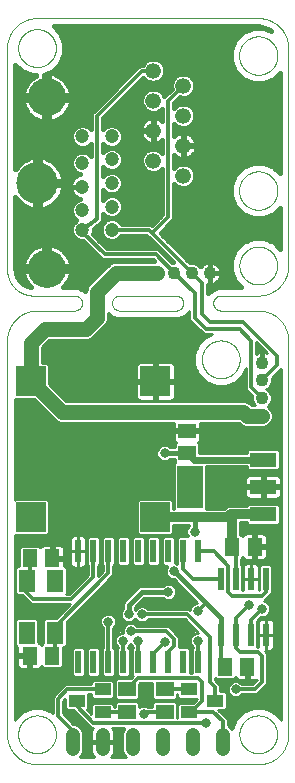
<source format=gtl>
G75*
%MOIN*%
%OFA0B0*%
%FSLAX25Y25*%
%IPPOS*%
%LPD*%
%AMOC8*
5,1,8,0,0,1.08239X$1,22.5*
%
%ADD10C,0.00000*%
%ADD11R,0.05118X0.05906*%
%ADD12R,0.05906X0.05118*%
%ADD13R,0.08800X0.04800*%
%ADD14R,0.08661X0.14173*%
%ADD15R,0.05512X0.07480*%
%ADD16C,0.04800*%
%ADD17R,0.02200X0.07800*%
%ADD18C,0.04331*%
%ADD19R,0.09843X0.09843*%
%ADD20C,0.05250*%
%ADD21C,0.04724*%
%ADD22C,0.13843*%
%ADD23C,0.12661*%
%ADD24R,0.05512X0.03937*%
%ADD25C,0.01000*%
%ADD26C,0.03169*%
%ADD27C,0.01600*%
%ADD28C,0.01200*%
%ADD29C,0.02400*%
%ADD30C,0.03200*%
%ADD31C,0.05000*%
D10*
X0028845Y0038800D02*
X0028845Y0170050D01*
X0028848Y0170292D01*
X0028857Y0170533D01*
X0028871Y0170774D01*
X0028892Y0171015D01*
X0028918Y0171255D01*
X0028950Y0171495D01*
X0028988Y0171734D01*
X0029031Y0171971D01*
X0029081Y0172208D01*
X0029136Y0172443D01*
X0029196Y0172677D01*
X0029263Y0172909D01*
X0029334Y0173140D01*
X0029412Y0173369D01*
X0029495Y0173596D01*
X0029583Y0173821D01*
X0029677Y0174044D01*
X0029776Y0174264D01*
X0029881Y0174482D01*
X0029990Y0174697D01*
X0030105Y0174910D01*
X0030225Y0175120D01*
X0030350Y0175326D01*
X0030480Y0175530D01*
X0030615Y0175731D01*
X0030755Y0175928D01*
X0030899Y0176122D01*
X0031048Y0176312D01*
X0031202Y0176498D01*
X0031360Y0176681D01*
X0031522Y0176860D01*
X0031689Y0177035D01*
X0031860Y0177206D01*
X0032035Y0177373D01*
X0032214Y0177535D01*
X0032397Y0177693D01*
X0032583Y0177847D01*
X0032773Y0177996D01*
X0032967Y0178140D01*
X0033164Y0178280D01*
X0033365Y0178415D01*
X0033569Y0178545D01*
X0033775Y0178670D01*
X0033985Y0178790D01*
X0034198Y0178905D01*
X0034413Y0179014D01*
X0034631Y0179119D01*
X0034851Y0179218D01*
X0035074Y0179312D01*
X0035299Y0179400D01*
X0035526Y0179483D01*
X0035755Y0179561D01*
X0035986Y0179632D01*
X0036218Y0179699D01*
X0036452Y0179759D01*
X0036687Y0179814D01*
X0036924Y0179864D01*
X0037161Y0179907D01*
X0037400Y0179945D01*
X0037640Y0179977D01*
X0037880Y0180003D01*
X0038121Y0180024D01*
X0038362Y0180038D01*
X0038603Y0180047D01*
X0038845Y0180050D01*
X0051345Y0180050D01*
X0053845Y0182550D02*
X0053843Y0182648D01*
X0053837Y0182746D01*
X0053828Y0182844D01*
X0053814Y0182941D01*
X0053797Y0183038D01*
X0053776Y0183134D01*
X0053751Y0183229D01*
X0053723Y0183323D01*
X0053690Y0183415D01*
X0053655Y0183507D01*
X0053615Y0183597D01*
X0053573Y0183685D01*
X0053526Y0183772D01*
X0053477Y0183856D01*
X0053424Y0183939D01*
X0053368Y0184019D01*
X0053308Y0184098D01*
X0053246Y0184174D01*
X0053181Y0184247D01*
X0053113Y0184318D01*
X0053042Y0184386D01*
X0052969Y0184451D01*
X0052893Y0184513D01*
X0052814Y0184573D01*
X0052734Y0184629D01*
X0052651Y0184682D01*
X0052567Y0184731D01*
X0052480Y0184778D01*
X0052392Y0184820D01*
X0052302Y0184860D01*
X0052210Y0184895D01*
X0052118Y0184928D01*
X0052024Y0184956D01*
X0051929Y0184981D01*
X0051833Y0185002D01*
X0051736Y0185019D01*
X0051639Y0185033D01*
X0051541Y0185042D01*
X0051443Y0185048D01*
X0051345Y0185050D01*
X0037595Y0185050D01*
X0037384Y0185053D01*
X0037172Y0185060D01*
X0036961Y0185073D01*
X0036751Y0185091D01*
X0036540Y0185114D01*
X0036331Y0185142D01*
X0036122Y0185175D01*
X0035914Y0185213D01*
X0035707Y0185256D01*
X0035501Y0185304D01*
X0035296Y0185357D01*
X0035093Y0185415D01*
X0034891Y0185478D01*
X0034691Y0185546D01*
X0034492Y0185619D01*
X0034295Y0185696D01*
X0034101Y0185778D01*
X0033908Y0185865D01*
X0033717Y0185956D01*
X0033529Y0186052D01*
X0033343Y0186153D01*
X0033159Y0186258D01*
X0032978Y0186367D01*
X0032800Y0186481D01*
X0032624Y0186599D01*
X0032452Y0186721D01*
X0032282Y0186847D01*
X0032116Y0186978D01*
X0031953Y0187112D01*
X0031793Y0187251D01*
X0031636Y0187393D01*
X0031483Y0187539D01*
X0031334Y0187688D01*
X0031188Y0187841D01*
X0031046Y0187998D01*
X0030907Y0188158D01*
X0030773Y0188321D01*
X0030642Y0188487D01*
X0030516Y0188657D01*
X0030394Y0188829D01*
X0030276Y0189005D01*
X0030162Y0189183D01*
X0030053Y0189364D01*
X0029948Y0189548D01*
X0029847Y0189734D01*
X0029751Y0189922D01*
X0029660Y0190113D01*
X0029573Y0190306D01*
X0029491Y0190500D01*
X0029414Y0190697D01*
X0029341Y0190896D01*
X0029273Y0191096D01*
X0029210Y0191298D01*
X0029152Y0191501D01*
X0029099Y0191706D01*
X0029051Y0191912D01*
X0029008Y0192119D01*
X0028970Y0192327D01*
X0028937Y0192536D01*
X0028909Y0192745D01*
X0028886Y0192956D01*
X0028868Y0193166D01*
X0028855Y0193377D01*
X0028848Y0193589D01*
X0028845Y0193800D01*
X0028845Y0267550D01*
X0028848Y0267792D01*
X0028857Y0268033D01*
X0028871Y0268274D01*
X0028892Y0268515D01*
X0028918Y0268755D01*
X0028950Y0268995D01*
X0028988Y0269234D01*
X0029031Y0269471D01*
X0029081Y0269708D01*
X0029136Y0269943D01*
X0029196Y0270177D01*
X0029263Y0270409D01*
X0029334Y0270640D01*
X0029412Y0270869D01*
X0029495Y0271096D01*
X0029583Y0271321D01*
X0029677Y0271544D01*
X0029776Y0271764D01*
X0029881Y0271982D01*
X0029990Y0272197D01*
X0030105Y0272410D01*
X0030225Y0272620D01*
X0030350Y0272826D01*
X0030480Y0273030D01*
X0030615Y0273231D01*
X0030755Y0273428D01*
X0030899Y0273622D01*
X0031048Y0273812D01*
X0031202Y0273998D01*
X0031360Y0274181D01*
X0031522Y0274360D01*
X0031689Y0274535D01*
X0031860Y0274706D01*
X0032035Y0274873D01*
X0032214Y0275035D01*
X0032397Y0275193D01*
X0032583Y0275347D01*
X0032773Y0275496D01*
X0032967Y0275640D01*
X0033164Y0275780D01*
X0033365Y0275915D01*
X0033569Y0276045D01*
X0033775Y0276170D01*
X0033985Y0276290D01*
X0034198Y0276405D01*
X0034413Y0276514D01*
X0034631Y0276619D01*
X0034851Y0276718D01*
X0035074Y0276812D01*
X0035299Y0276900D01*
X0035526Y0276983D01*
X0035755Y0277061D01*
X0035986Y0277132D01*
X0036218Y0277199D01*
X0036452Y0277259D01*
X0036687Y0277314D01*
X0036924Y0277364D01*
X0037161Y0277407D01*
X0037400Y0277445D01*
X0037640Y0277477D01*
X0037880Y0277503D01*
X0038121Y0277524D01*
X0038362Y0277538D01*
X0038603Y0277547D01*
X0038845Y0277550D01*
X0112595Y0277550D01*
X0112837Y0277547D01*
X0113078Y0277538D01*
X0113319Y0277524D01*
X0113560Y0277503D01*
X0113800Y0277477D01*
X0114040Y0277445D01*
X0114279Y0277407D01*
X0114516Y0277364D01*
X0114753Y0277314D01*
X0114988Y0277259D01*
X0115222Y0277199D01*
X0115454Y0277132D01*
X0115685Y0277061D01*
X0115914Y0276983D01*
X0116141Y0276900D01*
X0116366Y0276812D01*
X0116589Y0276718D01*
X0116809Y0276619D01*
X0117027Y0276514D01*
X0117242Y0276405D01*
X0117455Y0276290D01*
X0117665Y0276170D01*
X0117871Y0276045D01*
X0118075Y0275915D01*
X0118276Y0275780D01*
X0118473Y0275640D01*
X0118667Y0275496D01*
X0118857Y0275347D01*
X0119043Y0275193D01*
X0119226Y0275035D01*
X0119405Y0274873D01*
X0119580Y0274706D01*
X0119751Y0274535D01*
X0119918Y0274360D01*
X0120080Y0274181D01*
X0120238Y0273998D01*
X0120392Y0273812D01*
X0120541Y0273622D01*
X0120685Y0273428D01*
X0120825Y0273231D01*
X0120960Y0273030D01*
X0121090Y0272826D01*
X0121215Y0272620D01*
X0121335Y0272410D01*
X0121450Y0272197D01*
X0121559Y0271982D01*
X0121664Y0271764D01*
X0121763Y0271544D01*
X0121857Y0271321D01*
X0121945Y0271096D01*
X0122028Y0270869D01*
X0122106Y0270640D01*
X0122177Y0270409D01*
X0122244Y0270177D01*
X0122304Y0269943D01*
X0122359Y0269708D01*
X0122409Y0269471D01*
X0122452Y0269234D01*
X0122490Y0268995D01*
X0122522Y0268755D01*
X0122548Y0268515D01*
X0122569Y0268274D01*
X0122583Y0268033D01*
X0122592Y0267792D01*
X0122595Y0267550D01*
X0122595Y0195050D01*
X0122592Y0194808D01*
X0122583Y0194567D01*
X0122569Y0194326D01*
X0122548Y0194085D01*
X0122522Y0193845D01*
X0122490Y0193605D01*
X0122452Y0193366D01*
X0122409Y0193129D01*
X0122359Y0192892D01*
X0122304Y0192657D01*
X0122244Y0192423D01*
X0122177Y0192191D01*
X0122106Y0191960D01*
X0122028Y0191731D01*
X0121945Y0191504D01*
X0121857Y0191279D01*
X0121763Y0191056D01*
X0121664Y0190836D01*
X0121559Y0190618D01*
X0121450Y0190403D01*
X0121335Y0190190D01*
X0121215Y0189980D01*
X0121090Y0189774D01*
X0120960Y0189570D01*
X0120825Y0189369D01*
X0120685Y0189172D01*
X0120541Y0188978D01*
X0120392Y0188788D01*
X0120238Y0188602D01*
X0120080Y0188419D01*
X0119918Y0188240D01*
X0119751Y0188065D01*
X0119580Y0187894D01*
X0119405Y0187727D01*
X0119226Y0187565D01*
X0119043Y0187407D01*
X0118857Y0187253D01*
X0118667Y0187104D01*
X0118473Y0186960D01*
X0118276Y0186820D01*
X0118075Y0186685D01*
X0117871Y0186555D01*
X0117665Y0186430D01*
X0117455Y0186310D01*
X0117242Y0186195D01*
X0117027Y0186086D01*
X0116809Y0185981D01*
X0116589Y0185882D01*
X0116366Y0185788D01*
X0116141Y0185700D01*
X0115914Y0185617D01*
X0115685Y0185539D01*
X0115454Y0185468D01*
X0115222Y0185401D01*
X0114988Y0185341D01*
X0114753Y0185286D01*
X0114516Y0185236D01*
X0114279Y0185193D01*
X0114040Y0185155D01*
X0113800Y0185123D01*
X0113560Y0185097D01*
X0113319Y0185076D01*
X0113078Y0185062D01*
X0112837Y0185053D01*
X0112595Y0185050D01*
X0100095Y0185050D01*
X0099997Y0185048D01*
X0099899Y0185042D01*
X0099801Y0185033D01*
X0099704Y0185019D01*
X0099607Y0185002D01*
X0099511Y0184981D01*
X0099416Y0184956D01*
X0099322Y0184928D01*
X0099230Y0184895D01*
X0099138Y0184860D01*
X0099048Y0184820D01*
X0098960Y0184778D01*
X0098873Y0184731D01*
X0098789Y0184682D01*
X0098706Y0184629D01*
X0098626Y0184573D01*
X0098547Y0184513D01*
X0098471Y0184451D01*
X0098398Y0184386D01*
X0098327Y0184318D01*
X0098259Y0184247D01*
X0098194Y0184174D01*
X0098132Y0184098D01*
X0098072Y0184019D01*
X0098016Y0183939D01*
X0097963Y0183856D01*
X0097914Y0183772D01*
X0097867Y0183685D01*
X0097825Y0183597D01*
X0097785Y0183507D01*
X0097750Y0183415D01*
X0097717Y0183323D01*
X0097689Y0183229D01*
X0097664Y0183134D01*
X0097643Y0183038D01*
X0097626Y0182941D01*
X0097612Y0182844D01*
X0097603Y0182746D01*
X0097597Y0182648D01*
X0097595Y0182550D01*
X0097597Y0182452D01*
X0097603Y0182354D01*
X0097612Y0182256D01*
X0097626Y0182159D01*
X0097643Y0182062D01*
X0097664Y0181966D01*
X0097689Y0181871D01*
X0097717Y0181777D01*
X0097750Y0181685D01*
X0097785Y0181593D01*
X0097825Y0181503D01*
X0097867Y0181415D01*
X0097914Y0181328D01*
X0097963Y0181244D01*
X0098016Y0181161D01*
X0098072Y0181081D01*
X0098132Y0181002D01*
X0098194Y0180926D01*
X0098259Y0180853D01*
X0098327Y0180782D01*
X0098398Y0180714D01*
X0098471Y0180649D01*
X0098547Y0180587D01*
X0098626Y0180527D01*
X0098706Y0180471D01*
X0098789Y0180418D01*
X0098873Y0180369D01*
X0098960Y0180322D01*
X0099048Y0180280D01*
X0099138Y0180240D01*
X0099230Y0180205D01*
X0099322Y0180172D01*
X0099416Y0180144D01*
X0099511Y0180119D01*
X0099607Y0180098D01*
X0099704Y0180081D01*
X0099801Y0180067D01*
X0099899Y0180058D01*
X0099997Y0180052D01*
X0100095Y0180050D01*
X0112595Y0180050D01*
X0112837Y0180047D01*
X0113078Y0180038D01*
X0113319Y0180024D01*
X0113560Y0180003D01*
X0113800Y0179977D01*
X0114040Y0179945D01*
X0114279Y0179907D01*
X0114516Y0179864D01*
X0114753Y0179814D01*
X0114988Y0179759D01*
X0115222Y0179699D01*
X0115454Y0179632D01*
X0115685Y0179561D01*
X0115914Y0179483D01*
X0116141Y0179400D01*
X0116366Y0179312D01*
X0116589Y0179218D01*
X0116809Y0179119D01*
X0117027Y0179014D01*
X0117242Y0178905D01*
X0117455Y0178790D01*
X0117665Y0178670D01*
X0117871Y0178545D01*
X0118075Y0178415D01*
X0118276Y0178280D01*
X0118473Y0178140D01*
X0118667Y0177996D01*
X0118857Y0177847D01*
X0119043Y0177693D01*
X0119226Y0177535D01*
X0119405Y0177373D01*
X0119580Y0177206D01*
X0119751Y0177035D01*
X0119918Y0176860D01*
X0120080Y0176681D01*
X0120238Y0176498D01*
X0120392Y0176312D01*
X0120541Y0176122D01*
X0120685Y0175928D01*
X0120825Y0175731D01*
X0120960Y0175530D01*
X0121090Y0175326D01*
X0121215Y0175120D01*
X0121335Y0174910D01*
X0121450Y0174697D01*
X0121559Y0174482D01*
X0121664Y0174264D01*
X0121763Y0174044D01*
X0121857Y0173821D01*
X0121945Y0173596D01*
X0122028Y0173369D01*
X0122106Y0173140D01*
X0122177Y0172909D01*
X0122244Y0172677D01*
X0122304Y0172443D01*
X0122359Y0172208D01*
X0122409Y0171971D01*
X0122452Y0171734D01*
X0122490Y0171495D01*
X0122522Y0171255D01*
X0122548Y0171015D01*
X0122569Y0170774D01*
X0122583Y0170533D01*
X0122592Y0170292D01*
X0122595Y0170050D01*
X0122595Y0038800D01*
X0122592Y0038558D01*
X0122583Y0038317D01*
X0122569Y0038076D01*
X0122548Y0037835D01*
X0122522Y0037595D01*
X0122490Y0037355D01*
X0122452Y0037116D01*
X0122409Y0036879D01*
X0122359Y0036642D01*
X0122304Y0036407D01*
X0122244Y0036173D01*
X0122177Y0035941D01*
X0122106Y0035710D01*
X0122028Y0035481D01*
X0121945Y0035254D01*
X0121857Y0035029D01*
X0121763Y0034806D01*
X0121664Y0034586D01*
X0121559Y0034368D01*
X0121450Y0034153D01*
X0121335Y0033940D01*
X0121215Y0033730D01*
X0121090Y0033524D01*
X0120960Y0033320D01*
X0120825Y0033119D01*
X0120685Y0032922D01*
X0120541Y0032728D01*
X0120392Y0032538D01*
X0120238Y0032352D01*
X0120080Y0032169D01*
X0119918Y0031990D01*
X0119751Y0031815D01*
X0119580Y0031644D01*
X0119405Y0031477D01*
X0119226Y0031315D01*
X0119043Y0031157D01*
X0118857Y0031003D01*
X0118667Y0030854D01*
X0118473Y0030710D01*
X0118276Y0030570D01*
X0118075Y0030435D01*
X0117871Y0030305D01*
X0117665Y0030180D01*
X0117455Y0030060D01*
X0117242Y0029945D01*
X0117027Y0029836D01*
X0116809Y0029731D01*
X0116589Y0029632D01*
X0116366Y0029538D01*
X0116141Y0029450D01*
X0115914Y0029367D01*
X0115685Y0029289D01*
X0115454Y0029218D01*
X0115222Y0029151D01*
X0114988Y0029091D01*
X0114753Y0029036D01*
X0114516Y0028986D01*
X0114279Y0028943D01*
X0114040Y0028905D01*
X0113800Y0028873D01*
X0113560Y0028847D01*
X0113319Y0028826D01*
X0113078Y0028812D01*
X0112837Y0028803D01*
X0112595Y0028800D01*
X0038845Y0028800D01*
X0038603Y0028803D01*
X0038362Y0028812D01*
X0038121Y0028826D01*
X0037880Y0028847D01*
X0037640Y0028873D01*
X0037400Y0028905D01*
X0037161Y0028943D01*
X0036924Y0028986D01*
X0036687Y0029036D01*
X0036452Y0029091D01*
X0036218Y0029151D01*
X0035986Y0029218D01*
X0035755Y0029289D01*
X0035526Y0029367D01*
X0035299Y0029450D01*
X0035074Y0029538D01*
X0034851Y0029632D01*
X0034631Y0029731D01*
X0034413Y0029836D01*
X0034198Y0029945D01*
X0033985Y0030060D01*
X0033775Y0030180D01*
X0033569Y0030305D01*
X0033365Y0030435D01*
X0033164Y0030570D01*
X0032967Y0030710D01*
X0032773Y0030854D01*
X0032583Y0031003D01*
X0032397Y0031157D01*
X0032214Y0031315D01*
X0032035Y0031477D01*
X0031860Y0031644D01*
X0031689Y0031815D01*
X0031522Y0031990D01*
X0031360Y0032169D01*
X0031202Y0032352D01*
X0031048Y0032538D01*
X0030899Y0032728D01*
X0030755Y0032922D01*
X0030615Y0033119D01*
X0030480Y0033320D01*
X0030350Y0033524D01*
X0030225Y0033730D01*
X0030105Y0033940D01*
X0029990Y0034153D01*
X0029881Y0034368D01*
X0029776Y0034586D01*
X0029677Y0034806D01*
X0029583Y0035029D01*
X0029495Y0035254D01*
X0029412Y0035481D01*
X0029334Y0035710D01*
X0029263Y0035941D01*
X0029196Y0036173D01*
X0029136Y0036407D01*
X0029081Y0036642D01*
X0029031Y0036879D01*
X0028988Y0037116D01*
X0028950Y0037355D01*
X0028918Y0037595D01*
X0028892Y0037835D01*
X0028871Y0038076D01*
X0028857Y0038317D01*
X0028848Y0038558D01*
X0028845Y0038800D01*
X0032546Y0038800D02*
X0032548Y0038958D01*
X0032554Y0039116D01*
X0032564Y0039274D01*
X0032578Y0039432D01*
X0032596Y0039589D01*
X0032617Y0039746D01*
X0032643Y0039902D01*
X0032673Y0040058D01*
X0032706Y0040213D01*
X0032744Y0040366D01*
X0032785Y0040519D01*
X0032830Y0040671D01*
X0032879Y0040822D01*
X0032932Y0040971D01*
X0032988Y0041119D01*
X0033048Y0041265D01*
X0033112Y0041410D01*
X0033180Y0041553D01*
X0033251Y0041695D01*
X0033325Y0041835D01*
X0033403Y0041972D01*
X0033485Y0042108D01*
X0033569Y0042242D01*
X0033658Y0042373D01*
X0033749Y0042502D01*
X0033844Y0042629D01*
X0033941Y0042754D01*
X0034042Y0042876D01*
X0034146Y0042995D01*
X0034253Y0043112D01*
X0034363Y0043226D01*
X0034476Y0043337D01*
X0034591Y0043446D01*
X0034709Y0043551D01*
X0034830Y0043653D01*
X0034953Y0043753D01*
X0035079Y0043849D01*
X0035207Y0043942D01*
X0035337Y0044032D01*
X0035470Y0044118D01*
X0035605Y0044202D01*
X0035741Y0044281D01*
X0035880Y0044358D01*
X0036021Y0044430D01*
X0036163Y0044500D01*
X0036307Y0044565D01*
X0036453Y0044627D01*
X0036600Y0044685D01*
X0036749Y0044740D01*
X0036899Y0044791D01*
X0037050Y0044838D01*
X0037202Y0044881D01*
X0037355Y0044920D01*
X0037510Y0044956D01*
X0037665Y0044987D01*
X0037821Y0045015D01*
X0037977Y0045039D01*
X0038134Y0045059D01*
X0038292Y0045075D01*
X0038449Y0045087D01*
X0038608Y0045095D01*
X0038766Y0045099D01*
X0038924Y0045099D01*
X0039082Y0045095D01*
X0039241Y0045087D01*
X0039398Y0045075D01*
X0039556Y0045059D01*
X0039713Y0045039D01*
X0039869Y0045015D01*
X0040025Y0044987D01*
X0040180Y0044956D01*
X0040335Y0044920D01*
X0040488Y0044881D01*
X0040640Y0044838D01*
X0040791Y0044791D01*
X0040941Y0044740D01*
X0041090Y0044685D01*
X0041237Y0044627D01*
X0041383Y0044565D01*
X0041527Y0044500D01*
X0041669Y0044430D01*
X0041810Y0044358D01*
X0041949Y0044281D01*
X0042085Y0044202D01*
X0042220Y0044118D01*
X0042353Y0044032D01*
X0042483Y0043942D01*
X0042611Y0043849D01*
X0042737Y0043753D01*
X0042860Y0043653D01*
X0042981Y0043551D01*
X0043099Y0043446D01*
X0043214Y0043337D01*
X0043327Y0043226D01*
X0043437Y0043112D01*
X0043544Y0042995D01*
X0043648Y0042876D01*
X0043749Y0042754D01*
X0043846Y0042629D01*
X0043941Y0042502D01*
X0044032Y0042373D01*
X0044121Y0042242D01*
X0044205Y0042108D01*
X0044287Y0041972D01*
X0044365Y0041835D01*
X0044439Y0041695D01*
X0044510Y0041553D01*
X0044578Y0041410D01*
X0044642Y0041265D01*
X0044702Y0041119D01*
X0044758Y0040971D01*
X0044811Y0040822D01*
X0044860Y0040671D01*
X0044905Y0040519D01*
X0044946Y0040366D01*
X0044984Y0040213D01*
X0045017Y0040058D01*
X0045047Y0039902D01*
X0045073Y0039746D01*
X0045094Y0039589D01*
X0045112Y0039432D01*
X0045126Y0039274D01*
X0045136Y0039116D01*
X0045142Y0038958D01*
X0045144Y0038800D01*
X0045142Y0038642D01*
X0045136Y0038484D01*
X0045126Y0038326D01*
X0045112Y0038168D01*
X0045094Y0038011D01*
X0045073Y0037854D01*
X0045047Y0037698D01*
X0045017Y0037542D01*
X0044984Y0037387D01*
X0044946Y0037234D01*
X0044905Y0037081D01*
X0044860Y0036929D01*
X0044811Y0036778D01*
X0044758Y0036629D01*
X0044702Y0036481D01*
X0044642Y0036335D01*
X0044578Y0036190D01*
X0044510Y0036047D01*
X0044439Y0035905D01*
X0044365Y0035765D01*
X0044287Y0035628D01*
X0044205Y0035492D01*
X0044121Y0035358D01*
X0044032Y0035227D01*
X0043941Y0035098D01*
X0043846Y0034971D01*
X0043749Y0034846D01*
X0043648Y0034724D01*
X0043544Y0034605D01*
X0043437Y0034488D01*
X0043327Y0034374D01*
X0043214Y0034263D01*
X0043099Y0034154D01*
X0042981Y0034049D01*
X0042860Y0033947D01*
X0042737Y0033847D01*
X0042611Y0033751D01*
X0042483Y0033658D01*
X0042353Y0033568D01*
X0042220Y0033482D01*
X0042085Y0033398D01*
X0041949Y0033319D01*
X0041810Y0033242D01*
X0041669Y0033170D01*
X0041527Y0033100D01*
X0041383Y0033035D01*
X0041237Y0032973D01*
X0041090Y0032915D01*
X0040941Y0032860D01*
X0040791Y0032809D01*
X0040640Y0032762D01*
X0040488Y0032719D01*
X0040335Y0032680D01*
X0040180Y0032644D01*
X0040025Y0032613D01*
X0039869Y0032585D01*
X0039713Y0032561D01*
X0039556Y0032541D01*
X0039398Y0032525D01*
X0039241Y0032513D01*
X0039082Y0032505D01*
X0038924Y0032501D01*
X0038766Y0032501D01*
X0038608Y0032505D01*
X0038449Y0032513D01*
X0038292Y0032525D01*
X0038134Y0032541D01*
X0037977Y0032561D01*
X0037821Y0032585D01*
X0037665Y0032613D01*
X0037510Y0032644D01*
X0037355Y0032680D01*
X0037202Y0032719D01*
X0037050Y0032762D01*
X0036899Y0032809D01*
X0036749Y0032860D01*
X0036600Y0032915D01*
X0036453Y0032973D01*
X0036307Y0033035D01*
X0036163Y0033100D01*
X0036021Y0033170D01*
X0035880Y0033242D01*
X0035741Y0033319D01*
X0035605Y0033398D01*
X0035470Y0033482D01*
X0035337Y0033568D01*
X0035207Y0033658D01*
X0035079Y0033751D01*
X0034953Y0033847D01*
X0034830Y0033947D01*
X0034709Y0034049D01*
X0034591Y0034154D01*
X0034476Y0034263D01*
X0034363Y0034374D01*
X0034253Y0034488D01*
X0034146Y0034605D01*
X0034042Y0034724D01*
X0033941Y0034846D01*
X0033844Y0034971D01*
X0033749Y0035098D01*
X0033658Y0035227D01*
X0033569Y0035358D01*
X0033485Y0035492D01*
X0033403Y0035628D01*
X0033325Y0035765D01*
X0033251Y0035905D01*
X0033180Y0036047D01*
X0033112Y0036190D01*
X0033048Y0036335D01*
X0032988Y0036481D01*
X0032932Y0036629D01*
X0032879Y0036778D01*
X0032830Y0036929D01*
X0032785Y0037081D01*
X0032744Y0037234D01*
X0032706Y0037387D01*
X0032673Y0037542D01*
X0032643Y0037698D01*
X0032617Y0037854D01*
X0032596Y0038011D01*
X0032578Y0038168D01*
X0032564Y0038326D01*
X0032554Y0038484D01*
X0032548Y0038642D01*
X0032546Y0038800D01*
X0093796Y0163800D02*
X0093798Y0163958D01*
X0093804Y0164116D01*
X0093814Y0164274D01*
X0093828Y0164432D01*
X0093846Y0164589D01*
X0093867Y0164746D01*
X0093893Y0164902D01*
X0093923Y0165058D01*
X0093956Y0165213D01*
X0093994Y0165366D01*
X0094035Y0165519D01*
X0094080Y0165671D01*
X0094129Y0165822D01*
X0094182Y0165971D01*
X0094238Y0166119D01*
X0094298Y0166265D01*
X0094362Y0166410D01*
X0094430Y0166553D01*
X0094501Y0166695D01*
X0094575Y0166835D01*
X0094653Y0166972D01*
X0094735Y0167108D01*
X0094819Y0167242D01*
X0094908Y0167373D01*
X0094999Y0167502D01*
X0095094Y0167629D01*
X0095191Y0167754D01*
X0095292Y0167876D01*
X0095396Y0167995D01*
X0095503Y0168112D01*
X0095613Y0168226D01*
X0095726Y0168337D01*
X0095841Y0168446D01*
X0095959Y0168551D01*
X0096080Y0168653D01*
X0096203Y0168753D01*
X0096329Y0168849D01*
X0096457Y0168942D01*
X0096587Y0169032D01*
X0096720Y0169118D01*
X0096855Y0169202D01*
X0096991Y0169281D01*
X0097130Y0169358D01*
X0097271Y0169430D01*
X0097413Y0169500D01*
X0097557Y0169565D01*
X0097703Y0169627D01*
X0097850Y0169685D01*
X0097999Y0169740D01*
X0098149Y0169791D01*
X0098300Y0169838D01*
X0098452Y0169881D01*
X0098605Y0169920D01*
X0098760Y0169956D01*
X0098915Y0169987D01*
X0099071Y0170015D01*
X0099227Y0170039D01*
X0099384Y0170059D01*
X0099542Y0170075D01*
X0099699Y0170087D01*
X0099858Y0170095D01*
X0100016Y0170099D01*
X0100174Y0170099D01*
X0100332Y0170095D01*
X0100491Y0170087D01*
X0100648Y0170075D01*
X0100806Y0170059D01*
X0100963Y0170039D01*
X0101119Y0170015D01*
X0101275Y0169987D01*
X0101430Y0169956D01*
X0101585Y0169920D01*
X0101738Y0169881D01*
X0101890Y0169838D01*
X0102041Y0169791D01*
X0102191Y0169740D01*
X0102340Y0169685D01*
X0102487Y0169627D01*
X0102633Y0169565D01*
X0102777Y0169500D01*
X0102919Y0169430D01*
X0103060Y0169358D01*
X0103199Y0169281D01*
X0103335Y0169202D01*
X0103470Y0169118D01*
X0103603Y0169032D01*
X0103733Y0168942D01*
X0103861Y0168849D01*
X0103987Y0168753D01*
X0104110Y0168653D01*
X0104231Y0168551D01*
X0104349Y0168446D01*
X0104464Y0168337D01*
X0104577Y0168226D01*
X0104687Y0168112D01*
X0104794Y0167995D01*
X0104898Y0167876D01*
X0104999Y0167754D01*
X0105096Y0167629D01*
X0105191Y0167502D01*
X0105282Y0167373D01*
X0105371Y0167242D01*
X0105455Y0167108D01*
X0105537Y0166972D01*
X0105615Y0166835D01*
X0105689Y0166695D01*
X0105760Y0166553D01*
X0105828Y0166410D01*
X0105892Y0166265D01*
X0105952Y0166119D01*
X0106008Y0165971D01*
X0106061Y0165822D01*
X0106110Y0165671D01*
X0106155Y0165519D01*
X0106196Y0165366D01*
X0106234Y0165213D01*
X0106267Y0165058D01*
X0106297Y0164902D01*
X0106323Y0164746D01*
X0106344Y0164589D01*
X0106362Y0164432D01*
X0106376Y0164274D01*
X0106386Y0164116D01*
X0106392Y0163958D01*
X0106394Y0163800D01*
X0106392Y0163642D01*
X0106386Y0163484D01*
X0106376Y0163326D01*
X0106362Y0163168D01*
X0106344Y0163011D01*
X0106323Y0162854D01*
X0106297Y0162698D01*
X0106267Y0162542D01*
X0106234Y0162387D01*
X0106196Y0162234D01*
X0106155Y0162081D01*
X0106110Y0161929D01*
X0106061Y0161778D01*
X0106008Y0161629D01*
X0105952Y0161481D01*
X0105892Y0161335D01*
X0105828Y0161190D01*
X0105760Y0161047D01*
X0105689Y0160905D01*
X0105615Y0160765D01*
X0105537Y0160628D01*
X0105455Y0160492D01*
X0105371Y0160358D01*
X0105282Y0160227D01*
X0105191Y0160098D01*
X0105096Y0159971D01*
X0104999Y0159846D01*
X0104898Y0159724D01*
X0104794Y0159605D01*
X0104687Y0159488D01*
X0104577Y0159374D01*
X0104464Y0159263D01*
X0104349Y0159154D01*
X0104231Y0159049D01*
X0104110Y0158947D01*
X0103987Y0158847D01*
X0103861Y0158751D01*
X0103733Y0158658D01*
X0103603Y0158568D01*
X0103470Y0158482D01*
X0103335Y0158398D01*
X0103199Y0158319D01*
X0103060Y0158242D01*
X0102919Y0158170D01*
X0102777Y0158100D01*
X0102633Y0158035D01*
X0102487Y0157973D01*
X0102340Y0157915D01*
X0102191Y0157860D01*
X0102041Y0157809D01*
X0101890Y0157762D01*
X0101738Y0157719D01*
X0101585Y0157680D01*
X0101430Y0157644D01*
X0101275Y0157613D01*
X0101119Y0157585D01*
X0100963Y0157561D01*
X0100806Y0157541D01*
X0100648Y0157525D01*
X0100491Y0157513D01*
X0100332Y0157505D01*
X0100174Y0157501D01*
X0100016Y0157501D01*
X0099858Y0157505D01*
X0099699Y0157513D01*
X0099542Y0157525D01*
X0099384Y0157541D01*
X0099227Y0157561D01*
X0099071Y0157585D01*
X0098915Y0157613D01*
X0098760Y0157644D01*
X0098605Y0157680D01*
X0098452Y0157719D01*
X0098300Y0157762D01*
X0098149Y0157809D01*
X0097999Y0157860D01*
X0097850Y0157915D01*
X0097703Y0157973D01*
X0097557Y0158035D01*
X0097413Y0158100D01*
X0097271Y0158170D01*
X0097130Y0158242D01*
X0096991Y0158319D01*
X0096855Y0158398D01*
X0096720Y0158482D01*
X0096587Y0158568D01*
X0096457Y0158658D01*
X0096329Y0158751D01*
X0096203Y0158847D01*
X0096080Y0158947D01*
X0095959Y0159049D01*
X0095841Y0159154D01*
X0095726Y0159263D01*
X0095613Y0159374D01*
X0095503Y0159488D01*
X0095396Y0159605D01*
X0095292Y0159724D01*
X0095191Y0159846D01*
X0095094Y0159971D01*
X0094999Y0160098D01*
X0094908Y0160227D01*
X0094819Y0160358D01*
X0094735Y0160492D01*
X0094653Y0160628D01*
X0094575Y0160765D01*
X0094501Y0160905D01*
X0094430Y0161047D01*
X0094362Y0161190D01*
X0094298Y0161335D01*
X0094238Y0161481D01*
X0094182Y0161629D01*
X0094129Y0161778D01*
X0094080Y0161929D01*
X0094035Y0162081D01*
X0093994Y0162234D01*
X0093956Y0162387D01*
X0093923Y0162542D01*
X0093893Y0162698D01*
X0093867Y0162854D01*
X0093846Y0163011D01*
X0093828Y0163168D01*
X0093814Y0163326D01*
X0093804Y0163484D01*
X0093798Y0163642D01*
X0093796Y0163800D01*
X0085095Y0180050D02*
X0066345Y0180050D01*
X0066247Y0180052D01*
X0066149Y0180058D01*
X0066051Y0180067D01*
X0065954Y0180081D01*
X0065857Y0180098D01*
X0065761Y0180119D01*
X0065666Y0180144D01*
X0065572Y0180172D01*
X0065480Y0180205D01*
X0065388Y0180240D01*
X0065298Y0180280D01*
X0065210Y0180322D01*
X0065123Y0180369D01*
X0065039Y0180418D01*
X0064956Y0180471D01*
X0064876Y0180527D01*
X0064797Y0180587D01*
X0064721Y0180649D01*
X0064648Y0180714D01*
X0064577Y0180782D01*
X0064509Y0180853D01*
X0064444Y0180926D01*
X0064382Y0181002D01*
X0064322Y0181081D01*
X0064266Y0181161D01*
X0064213Y0181244D01*
X0064164Y0181328D01*
X0064117Y0181415D01*
X0064075Y0181503D01*
X0064035Y0181593D01*
X0064000Y0181685D01*
X0063967Y0181777D01*
X0063939Y0181871D01*
X0063914Y0181966D01*
X0063893Y0182062D01*
X0063876Y0182159D01*
X0063862Y0182256D01*
X0063853Y0182354D01*
X0063847Y0182452D01*
X0063845Y0182550D01*
X0063847Y0182648D01*
X0063853Y0182746D01*
X0063862Y0182844D01*
X0063876Y0182941D01*
X0063893Y0183038D01*
X0063914Y0183134D01*
X0063939Y0183229D01*
X0063967Y0183323D01*
X0064000Y0183415D01*
X0064035Y0183507D01*
X0064075Y0183597D01*
X0064117Y0183685D01*
X0064164Y0183772D01*
X0064213Y0183856D01*
X0064266Y0183939D01*
X0064322Y0184019D01*
X0064382Y0184098D01*
X0064444Y0184174D01*
X0064509Y0184247D01*
X0064577Y0184318D01*
X0064648Y0184386D01*
X0064721Y0184451D01*
X0064797Y0184513D01*
X0064876Y0184573D01*
X0064956Y0184629D01*
X0065039Y0184682D01*
X0065123Y0184731D01*
X0065210Y0184778D01*
X0065298Y0184820D01*
X0065388Y0184860D01*
X0065480Y0184895D01*
X0065572Y0184928D01*
X0065666Y0184956D01*
X0065761Y0184981D01*
X0065857Y0185002D01*
X0065954Y0185019D01*
X0066051Y0185033D01*
X0066149Y0185042D01*
X0066247Y0185048D01*
X0066345Y0185050D01*
X0085095Y0185050D01*
X0085193Y0185048D01*
X0085291Y0185042D01*
X0085389Y0185033D01*
X0085486Y0185019D01*
X0085583Y0185002D01*
X0085679Y0184981D01*
X0085774Y0184956D01*
X0085868Y0184928D01*
X0085960Y0184895D01*
X0086052Y0184860D01*
X0086142Y0184820D01*
X0086230Y0184778D01*
X0086317Y0184731D01*
X0086401Y0184682D01*
X0086484Y0184629D01*
X0086564Y0184573D01*
X0086643Y0184513D01*
X0086719Y0184451D01*
X0086792Y0184386D01*
X0086863Y0184318D01*
X0086931Y0184247D01*
X0086996Y0184174D01*
X0087058Y0184098D01*
X0087118Y0184019D01*
X0087174Y0183939D01*
X0087227Y0183856D01*
X0087276Y0183772D01*
X0087323Y0183685D01*
X0087365Y0183597D01*
X0087405Y0183507D01*
X0087440Y0183415D01*
X0087473Y0183323D01*
X0087501Y0183229D01*
X0087526Y0183134D01*
X0087547Y0183038D01*
X0087564Y0182941D01*
X0087578Y0182844D01*
X0087587Y0182746D01*
X0087593Y0182648D01*
X0087595Y0182550D01*
X0087593Y0182452D01*
X0087587Y0182354D01*
X0087578Y0182256D01*
X0087564Y0182159D01*
X0087547Y0182062D01*
X0087526Y0181966D01*
X0087501Y0181871D01*
X0087473Y0181777D01*
X0087440Y0181685D01*
X0087405Y0181593D01*
X0087365Y0181503D01*
X0087323Y0181415D01*
X0087276Y0181328D01*
X0087227Y0181244D01*
X0087174Y0181161D01*
X0087118Y0181081D01*
X0087058Y0181002D01*
X0086996Y0180926D01*
X0086931Y0180853D01*
X0086863Y0180782D01*
X0086792Y0180714D01*
X0086719Y0180649D01*
X0086643Y0180587D01*
X0086564Y0180527D01*
X0086484Y0180471D01*
X0086401Y0180418D01*
X0086317Y0180369D01*
X0086230Y0180322D01*
X0086142Y0180280D01*
X0086052Y0180240D01*
X0085960Y0180205D01*
X0085868Y0180172D01*
X0085774Y0180144D01*
X0085679Y0180119D01*
X0085583Y0180098D01*
X0085486Y0180081D01*
X0085389Y0180067D01*
X0085291Y0180058D01*
X0085193Y0180052D01*
X0085095Y0180050D01*
X0106296Y0195050D02*
X0106298Y0195208D01*
X0106304Y0195366D01*
X0106314Y0195524D01*
X0106328Y0195682D01*
X0106346Y0195839D01*
X0106367Y0195996D01*
X0106393Y0196152D01*
X0106423Y0196308D01*
X0106456Y0196463D01*
X0106494Y0196616D01*
X0106535Y0196769D01*
X0106580Y0196921D01*
X0106629Y0197072D01*
X0106682Y0197221D01*
X0106738Y0197369D01*
X0106798Y0197515D01*
X0106862Y0197660D01*
X0106930Y0197803D01*
X0107001Y0197945D01*
X0107075Y0198085D01*
X0107153Y0198222D01*
X0107235Y0198358D01*
X0107319Y0198492D01*
X0107408Y0198623D01*
X0107499Y0198752D01*
X0107594Y0198879D01*
X0107691Y0199004D01*
X0107792Y0199126D01*
X0107896Y0199245D01*
X0108003Y0199362D01*
X0108113Y0199476D01*
X0108226Y0199587D01*
X0108341Y0199696D01*
X0108459Y0199801D01*
X0108580Y0199903D01*
X0108703Y0200003D01*
X0108829Y0200099D01*
X0108957Y0200192D01*
X0109087Y0200282D01*
X0109220Y0200368D01*
X0109355Y0200452D01*
X0109491Y0200531D01*
X0109630Y0200608D01*
X0109771Y0200680D01*
X0109913Y0200750D01*
X0110057Y0200815D01*
X0110203Y0200877D01*
X0110350Y0200935D01*
X0110499Y0200990D01*
X0110649Y0201041D01*
X0110800Y0201088D01*
X0110952Y0201131D01*
X0111105Y0201170D01*
X0111260Y0201206D01*
X0111415Y0201237D01*
X0111571Y0201265D01*
X0111727Y0201289D01*
X0111884Y0201309D01*
X0112042Y0201325D01*
X0112199Y0201337D01*
X0112358Y0201345D01*
X0112516Y0201349D01*
X0112674Y0201349D01*
X0112832Y0201345D01*
X0112991Y0201337D01*
X0113148Y0201325D01*
X0113306Y0201309D01*
X0113463Y0201289D01*
X0113619Y0201265D01*
X0113775Y0201237D01*
X0113930Y0201206D01*
X0114085Y0201170D01*
X0114238Y0201131D01*
X0114390Y0201088D01*
X0114541Y0201041D01*
X0114691Y0200990D01*
X0114840Y0200935D01*
X0114987Y0200877D01*
X0115133Y0200815D01*
X0115277Y0200750D01*
X0115419Y0200680D01*
X0115560Y0200608D01*
X0115699Y0200531D01*
X0115835Y0200452D01*
X0115970Y0200368D01*
X0116103Y0200282D01*
X0116233Y0200192D01*
X0116361Y0200099D01*
X0116487Y0200003D01*
X0116610Y0199903D01*
X0116731Y0199801D01*
X0116849Y0199696D01*
X0116964Y0199587D01*
X0117077Y0199476D01*
X0117187Y0199362D01*
X0117294Y0199245D01*
X0117398Y0199126D01*
X0117499Y0199004D01*
X0117596Y0198879D01*
X0117691Y0198752D01*
X0117782Y0198623D01*
X0117871Y0198492D01*
X0117955Y0198358D01*
X0118037Y0198222D01*
X0118115Y0198085D01*
X0118189Y0197945D01*
X0118260Y0197803D01*
X0118328Y0197660D01*
X0118392Y0197515D01*
X0118452Y0197369D01*
X0118508Y0197221D01*
X0118561Y0197072D01*
X0118610Y0196921D01*
X0118655Y0196769D01*
X0118696Y0196616D01*
X0118734Y0196463D01*
X0118767Y0196308D01*
X0118797Y0196152D01*
X0118823Y0195996D01*
X0118844Y0195839D01*
X0118862Y0195682D01*
X0118876Y0195524D01*
X0118886Y0195366D01*
X0118892Y0195208D01*
X0118894Y0195050D01*
X0118892Y0194892D01*
X0118886Y0194734D01*
X0118876Y0194576D01*
X0118862Y0194418D01*
X0118844Y0194261D01*
X0118823Y0194104D01*
X0118797Y0193948D01*
X0118767Y0193792D01*
X0118734Y0193637D01*
X0118696Y0193484D01*
X0118655Y0193331D01*
X0118610Y0193179D01*
X0118561Y0193028D01*
X0118508Y0192879D01*
X0118452Y0192731D01*
X0118392Y0192585D01*
X0118328Y0192440D01*
X0118260Y0192297D01*
X0118189Y0192155D01*
X0118115Y0192015D01*
X0118037Y0191878D01*
X0117955Y0191742D01*
X0117871Y0191608D01*
X0117782Y0191477D01*
X0117691Y0191348D01*
X0117596Y0191221D01*
X0117499Y0191096D01*
X0117398Y0190974D01*
X0117294Y0190855D01*
X0117187Y0190738D01*
X0117077Y0190624D01*
X0116964Y0190513D01*
X0116849Y0190404D01*
X0116731Y0190299D01*
X0116610Y0190197D01*
X0116487Y0190097D01*
X0116361Y0190001D01*
X0116233Y0189908D01*
X0116103Y0189818D01*
X0115970Y0189732D01*
X0115835Y0189648D01*
X0115699Y0189569D01*
X0115560Y0189492D01*
X0115419Y0189420D01*
X0115277Y0189350D01*
X0115133Y0189285D01*
X0114987Y0189223D01*
X0114840Y0189165D01*
X0114691Y0189110D01*
X0114541Y0189059D01*
X0114390Y0189012D01*
X0114238Y0188969D01*
X0114085Y0188930D01*
X0113930Y0188894D01*
X0113775Y0188863D01*
X0113619Y0188835D01*
X0113463Y0188811D01*
X0113306Y0188791D01*
X0113148Y0188775D01*
X0112991Y0188763D01*
X0112832Y0188755D01*
X0112674Y0188751D01*
X0112516Y0188751D01*
X0112358Y0188755D01*
X0112199Y0188763D01*
X0112042Y0188775D01*
X0111884Y0188791D01*
X0111727Y0188811D01*
X0111571Y0188835D01*
X0111415Y0188863D01*
X0111260Y0188894D01*
X0111105Y0188930D01*
X0110952Y0188969D01*
X0110800Y0189012D01*
X0110649Y0189059D01*
X0110499Y0189110D01*
X0110350Y0189165D01*
X0110203Y0189223D01*
X0110057Y0189285D01*
X0109913Y0189350D01*
X0109771Y0189420D01*
X0109630Y0189492D01*
X0109491Y0189569D01*
X0109355Y0189648D01*
X0109220Y0189732D01*
X0109087Y0189818D01*
X0108957Y0189908D01*
X0108829Y0190001D01*
X0108703Y0190097D01*
X0108580Y0190197D01*
X0108459Y0190299D01*
X0108341Y0190404D01*
X0108226Y0190513D01*
X0108113Y0190624D01*
X0108003Y0190738D01*
X0107896Y0190855D01*
X0107792Y0190974D01*
X0107691Y0191096D01*
X0107594Y0191221D01*
X0107499Y0191348D01*
X0107408Y0191477D01*
X0107319Y0191608D01*
X0107235Y0191742D01*
X0107153Y0191878D01*
X0107075Y0192015D01*
X0107001Y0192155D01*
X0106930Y0192297D01*
X0106862Y0192440D01*
X0106798Y0192585D01*
X0106738Y0192731D01*
X0106682Y0192879D01*
X0106629Y0193028D01*
X0106580Y0193179D01*
X0106535Y0193331D01*
X0106494Y0193484D01*
X0106456Y0193637D01*
X0106423Y0193792D01*
X0106393Y0193948D01*
X0106367Y0194104D01*
X0106346Y0194261D01*
X0106328Y0194418D01*
X0106314Y0194576D01*
X0106304Y0194734D01*
X0106298Y0194892D01*
X0106296Y0195050D01*
X0106195Y0220050D02*
X0106197Y0220210D01*
X0106203Y0220369D01*
X0106213Y0220528D01*
X0106227Y0220687D01*
X0106245Y0220846D01*
X0106266Y0221004D01*
X0106292Y0221161D01*
X0106322Y0221318D01*
X0106355Y0221474D01*
X0106393Y0221629D01*
X0106434Y0221783D01*
X0106479Y0221936D01*
X0106528Y0222088D01*
X0106581Y0222239D01*
X0106637Y0222388D01*
X0106698Y0222536D01*
X0106761Y0222682D01*
X0106829Y0222827D01*
X0106900Y0222970D01*
X0106974Y0223111D01*
X0107052Y0223250D01*
X0107134Y0223387D01*
X0107219Y0223522D01*
X0107307Y0223655D01*
X0107399Y0223786D01*
X0107493Y0223914D01*
X0107591Y0224040D01*
X0107692Y0224164D01*
X0107796Y0224285D01*
X0107903Y0224403D01*
X0108013Y0224519D01*
X0108126Y0224632D01*
X0108242Y0224742D01*
X0108360Y0224849D01*
X0108481Y0224953D01*
X0108605Y0225054D01*
X0108731Y0225152D01*
X0108859Y0225246D01*
X0108990Y0225338D01*
X0109123Y0225426D01*
X0109258Y0225511D01*
X0109395Y0225593D01*
X0109534Y0225671D01*
X0109675Y0225745D01*
X0109818Y0225816D01*
X0109963Y0225884D01*
X0110109Y0225947D01*
X0110257Y0226008D01*
X0110406Y0226064D01*
X0110557Y0226117D01*
X0110709Y0226166D01*
X0110862Y0226211D01*
X0111016Y0226252D01*
X0111171Y0226290D01*
X0111327Y0226323D01*
X0111484Y0226353D01*
X0111641Y0226379D01*
X0111799Y0226400D01*
X0111958Y0226418D01*
X0112117Y0226432D01*
X0112276Y0226442D01*
X0112435Y0226448D01*
X0112595Y0226450D01*
X0112755Y0226448D01*
X0112914Y0226442D01*
X0113073Y0226432D01*
X0113232Y0226418D01*
X0113391Y0226400D01*
X0113549Y0226379D01*
X0113706Y0226353D01*
X0113863Y0226323D01*
X0114019Y0226290D01*
X0114174Y0226252D01*
X0114328Y0226211D01*
X0114481Y0226166D01*
X0114633Y0226117D01*
X0114784Y0226064D01*
X0114933Y0226008D01*
X0115081Y0225947D01*
X0115227Y0225884D01*
X0115372Y0225816D01*
X0115515Y0225745D01*
X0115656Y0225671D01*
X0115795Y0225593D01*
X0115932Y0225511D01*
X0116067Y0225426D01*
X0116200Y0225338D01*
X0116331Y0225246D01*
X0116459Y0225152D01*
X0116585Y0225054D01*
X0116709Y0224953D01*
X0116830Y0224849D01*
X0116948Y0224742D01*
X0117064Y0224632D01*
X0117177Y0224519D01*
X0117287Y0224403D01*
X0117394Y0224285D01*
X0117498Y0224164D01*
X0117599Y0224040D01*
X0117697Y0223914D01*
X0117791Y0223786D01*
X0117883Y0223655D01*
X0117971Y0223522D01*
X0118056Y0223387D01*
X0118138Y0223250D01*
X0118216Y0223111D01*
X0118290Y0222970D01*
X0118361Y0222827D01*
X0118429Y0222682D01*
X0118492Y0222536D01*
X0118553Y0222388D01*
X0118609Y0222239D01*
X0118662Y0222088D01*
X0118711Y0221936D01*
X0118756Y0221783D01*
X0118797Y0221629D01*
X0118835Y0221474D01*
X0118868Y0221318D01*
X0118898Y0221161D01*
X0118924Y0221004D01*
X0118945Y0220846D01*
X0118963Y0220687D01*
X0118977Y0220528D01*
X0118987Y0220369D01*
X0118993Y0220210D01*
X0118995Y0220050D01*
X0118993Y0219890D01*
X0118987Y0219731D01*
X0118977Y0219572D01*
X0118963Y0219413D01*
X0118945Y0219254D01*
X0118924Y0219096D01*
X0118898Y0218939D01*
X0118868Y0218782D01*
X0118835Y0218626D01*
X0118797Y0218471D01*
X0118756Y0218317D01*
X0118711Y0218164D01*
X0118662Y0218012D01*
X0118609Y0217861D01*
X0118553Y0217712D01*
X0118492Y0217564D01*
X0118429Y0217418D01*
X0118361Y0217273D01*
X0118290Y0217130D01*
X0118216Y0216989D01*
X0118138Y0216850D01*
X0118056Y0216713D01*
X0117971Y0216578D01*
X0117883Y0216445D01*
X0117791Y0216314D01*
X0117697Y0216186D01*
X0117599Y0216060D01*
X0117498Y0215936D01*
X0117394Y0215815D01*
X0117287Y0215697D01*
X0117177Y0215581D01*
X0117064Y0215468D01*
X0116948Y0215358D01*
X0116830Y0215251D01*
X0116709Y0215147D01*
X0116585Y0215046D01*
X0116459Y0214948D01*
X0116331Y0214854D01*
X0116200Y0214762D01*
X0116067Y0214674D01*
X0115932Y0214589D01*
X0115795Y0214507D01*
X0115656Y0214429D01*
X0115515Y0214355D01*
X0115372Y0214284D01*
X0115227Y0214216D01*
X0115081Y0214153D01*
X0114933Y0214092D01*
X0114784Y0214036D01*
X0114633Y0213983D01*
X0114481Y0213934D01*
X0114328Y0213889D01*
X0114174Y0213848D01*
X0114019Y0213810D01*
X0113863Y0213777D01*
X0113706Y0213747D01*
X0113549Y0213721D01*
X0113391Y0213700D01*
X0113232Y0213682D01*
X0113073Y0213668D01*
X0112914Y0213658D01*
X0112755Y0213652D01*
X0112595Y0213650D01*
X0112435Y0213652D01*
X0112276Y0213658D01*
X0112117Y0213668D01*
X0111958Y0213682D01*
X0111799Y0213700D01*
X0111641Y0213721D01*
X0111484Y0213747D01*
X0111327Y0213777D01*
X0111171Y0213810D01*
X0111016Y0213848D01*
X0110862Y0213889D01*
X0110709Y0213934D01*
X0110557Y0213983D01*
X0110406Y0214036D01*
X0110257Y0214092D01*
X0110109Y0214153D01*
X0109963Y0214216D01*
X0109818Y0214284D01*
X0109675Y0214355D01*
X0109534Y0214429D01*
X0109395Y0214507D01*
X0109258Y0214589D01*
X0109123Y0214674D01*
X0108990Y0214762D01*
X0108859Y0214854D01*
X0108731Y0214948D01*
X0108605Y0215046D01*
X0108481Y0215147D01*
X0108360Y0215251D01*
X0108242Y0215358D01*
X0108126Y0215468D01*
X0108013Y0215581D01*
X0107903Y0215697D01*
X0107796Y0215815D01*
X0107692Y0215936D01*
X0107591Y0216060D01*
X0107493Y0216186D01*
X0107399Y0216314D01*
X0107307Y0216445D01*
X0107219Y0216578D01*
X0107134Y0216713D01*
X0107052Y0216850D01*
X0106974Y0216989D01*
X0106900Y0217130D01*
X0106829Y0217273D01*
X0106761Y0217418D01*
X0106698Y0217564D01*
X0106637Y0217712D01*
X0106581Y0217861D01*
X0106528Y0218012D01*
X0106479Y0218164D01*
X0106434Y0218317D01*
X0106393Y0218471D01*
X0106355Y0218626D01*
X0106322Y0218782D01*
X0106292Y0218939D01*
X0106266Y0219096D01*
X0106245Y0219254D01*
X0106227Y0219413D01*
X0106213Y0219572D01*
X0106203Y0219731D01*
X0106197Y0219890D01*
X0106195Y0220050D01*
X0106195Y0265050D02*
X0106197Y0265210D01*
X0106203Y0265369D01*
X0106213Y0265528D01*
X0106227Y0265687D01*
X0106245Y0265846D01*
X0106266Y0266004D01*
X0106292Y0266161D01*
X0106322Y0266318D01*
X0106355Y0266474D01*
X0106393Y0266629D01*
X0106434Y0266783D01*
X0106479Y0266936D01*
X0106528Y0267088D01*
X0106581Y0267239D01*
X0106637Y0267388D01*
X0106698Y0267536D01*
X0106761Y0267682D01*
X0106829Y0267827D01*
X0106900Y0267970D01*
X0106974Y0268111D01*
X0107052Y0268250D01*
X0107134Y0268387D01*
X0107219Y0268522D01*
X0107307Y0268655D01*
X0107399Y0268786D01*
X0107493Y0268914D01*
X0107591Y0269040D01*
X0107692Y0269164D01*
X0107796Y0269285D01*
X0107903Y0269403D01*
X0108013Y0269519D01*
X0108126Y0269632D01*
X0108242Y0269742D01*
X0108360Y0269849D01*
X0108481Y0269953D01*
X0108605Y0270054D01*
X0108731Y0270152D01*
X0108859Y0270246D01*
X0108990Y0270338D01*
X0109123Y0270426D01*
X0109258Y0270511D01*
X0109395Y0270593D01*
X0109534Y0270671D01*
X0109675Y0270745D01*
X0109818Y0270816D01*
X0109963Y0270884D01*
X0110109Y0270947D01*
X0110257Y0271008D01*
X0110406Y0271064D01*
X0110557Y0271117D01*
X0110709Y0271166D01*
X0110862Y0271211D01*
X0111016Y0271252D01*
X0111171Y0271290D01*
X0111327Y0271323D01*
X0111484Y0271353D01*
X0111641Y0271379D01*
X0111799Y0271400D01*
X0111958Y0271418D01*
X0112117Y0271432D01*
X0112276Y0271442D01*
X0112435Y0271448D01*
X0112595Y0271450D01*
X0112755Y0271448D01*
X0112914Y0271442D01*
X0113073Y0271432D01*
X0113232Y0271418D01*
X0113391Y0271400D01*
X0113549Y0271379D01*
X0113706Y0271353D01*
X0113863Y0271323D01*
X0114019Y0271290D01*
X0114174Y0271252D01*
X0114328Y0271211D01*
X0114481Y0271166D01*
X0114633Y0271117D01*
X0114784Y0271064D01*
X0114933Y0271008D01*
X0115081Y0270947D01*
X0115227Y0270884D01*
X0115372Y0270816D01*
X0115515Y0270745D01*
X0115656Y0270671D01*
X0115795Y0270593D01*
X0115932Y0270511D01*
X0116067Y0270426D01*
X0116200Y0270338D01*
X0116331Y0270246D01*
X0116459Y0270152D01*
X0116585Y0270054D01*
X0116709Y0269953D01*
X0116830Y0269849D01*
X0116948Y0269742D01*
X0117064Y0269632D01*
X0117177Y0269519D01*
X0117287Y0269403D01*
X0117394Y0269285D01*
X0117498Y0269164D01*
X0117599Y0269040D01*
X0117697Y0268914D01*
X0117791Y0268786D01*
X0117883Y0268655D01*
X0117971Y0268522D01*
X0118056Y0268387D01*
X0118138Y0268250D01*
X0118216Y0268111D01*
X0118290Y0267970D01*
X0118361Y0267827D01*
X0118429Y0267682D01*
X0118492Y0267536D01*
X0118553Y0267388D01*
X0118609Y0267239D01*
X0118662Y0267088D01*
X0118711Y0266936D01*
X0118756Y0266783D01*
X0118797Y0266629D01*
X0118835Y0266474D01*
X0118868Y0266318D01*
X0118898Y0266161D01*
X0118924Y0266004D01*
X0118945Y0265846D01*
X0118963Y0265687D01*
X0118977Y0265528D01*
X0118987Y0265369D01*
X0118993Y0265210D01*
X0118995Y0265050D01*
X0118993Y0264890D01*
X0118987Y0264731D01*
X0118977Y0264572D01*
X0118963Y0264413D01*
X0118945Y0264254D01*
X0118924Y0264096D01*
X0118898Y0263939D01*
X0118868Y0263782D01*
X0118835Y0263626D01*
X0118797Y0263471D01*
X0118756Y0263317D01*
X0118711Y0263164D01*
X0118662Y0263012D01*
X0118609Y0262861D01*
X0118553Y0262712D01*
X0118492Y0262564D01*
X0118429Y0262418D01*
X0118361Y0262273D01*
X0118290Y0262130D01*
X0118216Y0261989D01*
X0118138Y0261850D01*
X0118056Y0261713D01*
X0117971Y0261578D01*
X0117883Y0261445D01*
X0117791Y0261314D01*
X0117697Y0261186D01*
X0117599Y0261060D01*
X0117498Y0260936D01*
X0117394Y0260815D01*
X0117287Y0260697D01*
X0117177Y0260581D01*
X0117064Y0260468D01*
X0116948Y0260358D01*
X0116830Y0260251D01*
X0116709Y0260147D01*
X0116585Y0260046D01*
X0116459Y0259948D01*
X0116331Y0259854D01*
X0116200Y0259762D01*
X0116067Y0259674D01*
X0115932Y0259589D01*
X0115795Y0259507D01*
X0115656Y0259429D01*
X0115515Y0259355D01*
X0115372Y0259284D01*
X0115227Y0259216D01*
X0115081Y0259153D01*
X0114933Y0259092D01*
X0114784Y0259036D01*
X0114633Y0258983D01*
X0114481Y0258934D01*
X0114328Y0258889D01*
X0114174Y0258848D01*
X0114019Y0258810D01*
X0113863Y0258777D01*
X0113706Y0258747D01*
X0113549Y0258721D01*
X0113391Y0258700D01*
X0113232Y0258682D01*
X0113073Y0258668D01*
X0112914Y0258658D01*
X0112755Y0258652D01*
X0112595Y0258650D01*
X0112435Y0258652D01*
X0112276Y0258658D01*
X0112117Y0258668D01*
X0111958Y0258682D01*
X0111799Y0258700D01*
X0111641Y0258721D01*
X0111484Y0258747D01*
X0111327Y0258777D01*
X0111171Y0258810D01*
X0111016Y0258848D01*
X0110862Y0258889D01*
X0110709Y0258934D01*
X0110557Y0258983D01*
X0110406Y0259036D01*
X0110257Y0259092D01*
X0110109Y0259153D01*
X0109963Y0259216D01*
X0109818Y0259284D01*
X0109675Y0259355D01*
X0109534Y0259429D01*
X0109395Y0259507D01*
X0109258Y0259589D01*
X0109123Y0259674D01*
X0108990Y0259762D01*
X0108859Y0259854D01*
X0108731Y0259948D01*
X0108605Y0260046D01*
X0108481Y0260147D01*
X0108360Y0260251D01*
X0108242Y0260358D01*
X0108126Y0260468D01*
X0108013Y0260581D01*
X0107903Y0260697D01*
X0107796Y0260815D01*
X0107692Y0260936D01*
X0107591Y0261060D01*
X0107493Y0261186D01*
X0107399Y0261314D01*
X0107307Y0261445D01*
X0107219Y0261578D01*
X0107134Y0261713D01*
X0107052Y0261850D01*
X0106974Y0261989D01*
X0106900Y0262130D01*
X0106829Y0262273D01*
X0106761Y0262418D01*
X0106698Y0262564D01*
X0106637Y0262712D01*
X0106581Y0262861D01*
X0106528Y0263012D01*
X0106479Y0263164D01*
X0106434Y0263317D01*
X0106393Y0263471D01*
X0106355Y0263626D01*
X0106322Y0263782D01*
X0106292Y0263939D01*
X0106266Y0264096D01*
X0106245Y0264254D01*
X0106227Y0264413D01*
X0106213Y0264572D01*
X0106203Y0264731D01*
X0106197Y0264890D01*
X0106195Y0265050D01*
X0053845Y0182550D02*
X0053843Y0182452D01*
X0053837Y0182354D01*
X0053828Y0182256D01*
X0053814Y0182159D01*
X0053797Y0182062D01*
X0053776Y0181966D01*
X0053751Y0181871D01*
X0053723Y0181777D01*
X0053690Y0181685D01*
X0053655Y0181593D01*
X0053615Y0181503D01*
X0053573Y0181415D01*
X0053526Y0181328D01*
X0053477Y0181244D01*
X0053424Y0181161D01*
X0053368Y0181081D01*
X0053308Y0181002D01*
X0053246Y0180926D01*
X0053181Y0180853D01*
X0053113Y0180782D01*
X0053042Y0180714D01*
X0052969Y0180649D01*
X0052893Y0180587D01*
X0052814Y0180527D01*
X0052734Y0180471D01*
X0052651Y0180418D01*
X0052567Y0180369D01*
X0052480Y0180322D01*
X0052392Y0180280D01*
X0052302Y0180240D01*
X0052210Y0180205D01*
X0052118Y0180172D01*
X0052024Y0180144D01*
X0051929Y0180119D01*
X0051833Y0180098D01*
X0051736Y0180081D01*
X0051639Y0180067D01*
X0051541Y0180058D01*
X0051443Y0180052D01*
X0051345Y0180050D01*
X0032546Y0267550D02*
X0032548Y0267708D01*
X0032554Y0267866D01*
X0032564Y0268024D01*
X0032578Y0268182D01*
X0032596Y0268339D01*
X0032617Y0268496D01*
X0032643Y0268652D01*
X0032673Y0268808D01*
X0032706Y0268963D01*
X0032744Y0269116D01*
X0032785Y0269269D01*
X0032830Y0269421D01*
X0032879Y0269572D01*
X0032932Y0269721D01*
X0032988Y0269869D01*
X0033048Y0270015D01*
X0033112Y0270160D01*
X0033180Y0270303D01*
X0033251Y0270445D01*
X0033325Y0270585D01*
X0033403Y0270722D01*
X0033485Y0270858D01*
X0033569Y0270992D01*
X0033658Y0271123D01*
X0033749Y0271252D01*
X0033844Y0271379D01*
X0033941Y0271504D01*
X0034042Y0271626D01*
X0034146Y0271745D01*
X0034253Y0271862D01*
X0034363Y0271976D01*
X0034476Y0272087D01*
X0034591Y0272196D01*
X0034709Y0272301D01*
X0034830Y0272403D01*
X0034953Y0272503D01*
X0035079Y0272599D01*
X0035207Y0272692D01*
X0035337Y0272782D01*
X0035470Y0272868D01*
X0035605Y0272952D01*
X0035741Y0273031D01*
X0035880Y0273108D01*
X0036021Y0273180D01*
X0036163Y0273250D01*
X0036307Y0273315D01*
X0036453Y0273377D01*
X0036600Y0273435D01*
X0036749Y0273490D01*
X0036899Y0273541D01*
X0037050Y0273588D01*
X0037202Y0273631D01*
X0037355Y0273670D01*
X0037510Y0273706D01*
X0037665Y0273737D01*
X0037821Y0273765D01*
X0037977Y0273789D01*
X0038134Y0273809D01*
X0038292Y0273825D01*
X0038449Y0273837D01*
X0038608Y0273845D01*
X0038766Y0273849D01*
X0038924Y0273849D01*
X0039082Y0273845D01*
X0039241Y0273837D01*
X0039398Y0273825D01*
X0039556Y0273809D01*
X0039713Y0273789D01*
X0039869Y0273765D01*
X0040025Y0273737D01*
X0040180Y0273706D01*
X0040335Y0273670D01*
X0040488Y0273631D01*
X0040640Y0273588D01*
X0040791Y0273541D01*
X0040941Y0273490D01*
X0041090Y0273435D01*
X0041237Y0273377D01*
X0041383Y0273315D01*
X0041527Y0273250D01*
X0041669Y0273180D01*
X0041810Y0273108D01*
X0041949Y0273031D01*
X0042085Y0272952D01*
X0042220Y0272868D01*
X0042353Y0272782D01*
X0042483Y0272692D01*
X0042611Y0272599D01*
X0042737Y0272503D01*
X0042860Y0272403D01*
X0042981Y0272301D01*
X0043099Y0272196D01*
X0043214Y0272087D01*
X0043327Y0271976D01*
X0043437Y0271862D01*
X0043544Y0271745D01*
X0043648Y0271626D01*
X0043749Y0271504D01*
X0043846Y0271379D01*
X0043941Y0271252D01*
X0044032Y0271123D01*
X0044121Y0270992D01*
X0044205Y0270858D01*
X0044287Y0270722D01*
X0044365Y0270585D01*
X0044439Y0270445D01*
X0044510Y0270303D01*
X0044578Y0270160D01*
X0044642Y0270015D01*
X0044702Y0269869D01*
X0044758Y0269721D01*
X0044811Y0269572D01*
X0044860Y0269421D01*
X0044905Y0269269D01*
X0044946Y0269116D01*
X0044984Y0268963D01*
X0045017Y0268808D01*
X0045047Y0268652D01*
X0045073Y0268496D01*
X0045094Y0268339D01*
X0045112Y0268182D01*
X0045126Y0268024D01*
X0045136Y0267866D01*
X0045142Y0267708D01*
X0045144Y0267550D01*
X0045142Y0267392D01*
X0045136Y0267234D01*
X0045126Y0267076D01*
X0045112Y0266918D01*
X0045094Y0266761D01*
X0045073Y0266604D01*
X0045047Y0266448D01*
X0045017Y0266292D01*
X0044984Y0266137D01*
X0044946Y0265984D01*
X0044905Y0265831D01*
X0044860Y0265679D01*
X0044811Y0265528D01*
X0044758Y0265379D01*
X0044702Y0265231D01*
X0044642Y0265085D01*
X0044578Y0264940D01*
X0044510Y0264797D01*
X0044439Y0264655D01*
X0044365Y0264515D01*
X0044287Y0264378D01*
X0044205Y0264242D01*
X0044121Y0264108D01*
X0044032Y0263977D01*
X0043941Y0263848D01*
X0043846Y0263721D01*
X0043749Y0263596D01*
X0043648Y0263474D01*
X0043544Y0263355D01*
X0043437Y0263238D01*
X0043327Y0263124D01*
X0043214Y0263013D01*
X0043099Y0262904D01*
X0042981Y0262799D01*
X0042860Y0262697D01*
X0042737Y0262597D01*
X0042611Y0262501D01*
X0042483Y0262408D01*
X0042353Y0262318D01*
X0042220Y0262232D01*
X0042085Y0262148D01*
X0041949Y0262069D01*
X0041810Y0261992D01*
X0041669Y0261920D01*
X0041527Y0261850D01*
X0041383Y0261785D01*
X0041237Y0261723D01*
X0041090Y0261665D01*
X0040941Y0261610D01*
X0040791Y0261559D01*
X0040640Y0261512D01*
X0040488Y0261469D01*
X0040335Y0261430D01*
X0040180Y0261394D01*
X0040025Y0261363D01*
X0039869Y0261335D01*
X0039713Y0261311D01*
X0039556Y0261291D01*
X0039398Y0261275D01*
X0039241Y0261263D01*
X0039082Y0261255D01*
X0038924Y0261251D01*
X0038766Y0261251D01*
X0038608Y0261255D01*
X0038449Y0261263D01*
X0038292Y0261275D01*
X0038134Y0261291D01*
X0037977Y0261311D01*
X0037821Y0261335D01*
X0037665Y0261363D01*
X0037510Y0261394D01*
X0037355Y0261430D01*
X0037202Y0261469D01*
X0037050Y0261512D01*
X0036899Y0261559D01*
X0036749Y0261610D01*
X0036600Y0261665D01*
X0036453Y0261723D01*
X0036307Y0261785D01*
X0036163Y0261850D01*
X0036021Y0261920D01*
X0035880Y0261992D01*
X0035741Y0262069D01*
X0035605Y0262148D01*
X0035470Y0262232D01*
X0035337Y0262318D01*
X0035207Y0262408D01*
X0035079Y0262501D01*
X0034953Y0262597D01*
X0034830Y0262697D01*
X0034709Y0262799D01*
X0034591Y0262904D01*
X0034476Y0263013D01*
X0034363Y0263124D01*
X0034253Y0263238D01*
X0034146Y0263355D01*
X0034042Y0263474D01*
X0033941Y0263596D01*
X0033844Y0263721D01*
X0033749Y0263848D01*
X0033658Y0263977D01*
X0033569Y0264108D01*
X0033485Y0264242D01*
X0033403Y0264378D01*
X0033325Y0264515D01*
X0033251Y0264655D01*
X0033180Y0264797D01*
X0033112Y0264940D01*
X0033048Y0265085D01*
X0032988Y0265231D01*
X0032932Y0265379D01*
X0032879Y0265528D01*
X0032830Y0265679D01*
X0032785Y0265831D01*
X0032744Y0265984D01*
X0032706Y0266137D01*
X0032673Y0266292D01*
X0032643Y0266448D01*
X0032617Y0266604D01*
X0032596Y0266761D01*
X0032578Y0266918D01*
X0032564Y0267076D01*
X0032554Y0267234D01*
X0032548Y0267392D01*
X0032546Y0267550D01*
X0106296Y0038800D02*
X0106298Y0038958D01*
X0106304Y0039116D01*
X0106314Y0039274D01*
X0106328Y0039432D01*
X0106346Y0039589D01*
X0106367Y0039746D01*
X0106393Y0039902D01*
X0106423Y0040058D01*
X0106456Y0040213D01*
X0106494Y0040366D01*
X0106535Y0040519D01*
X0106580Y0040671D01*
X0106629Y0040822D01*
X0106682Y0040971D01*
X0106738Y0041119D01*
X0106798Y0041265D01*
X0106862Y0041410D01*
X0106930Y0041553D01*
X0107001Y0041695D01*
X0107075Y0041835D01*
X0107153Y0041972D01*
X0107235Y0042108D01*
X0107319Y0042242D01*
X0107408Y0042373D01*
X0107499Y0042502D01*
X0107594Y0042629D01*
X0107691Y0042754D01*
X0107792Y0042876D01*
X0107896Y0042995D01*
X0108003Y0043112D01*
X0108113Y0043226D01*
X0108226Y0043337D01*
X0108341Y0043446D01*
X0108459Y0043551D01*
X0108580Y0043653D01*
X0108703Y0043753D01*
X0108829Y0043849D01*
X0108957Y0043942D01*
X0109087Y0044032D01*
X0109220Y0044118D01*
X0109355Y0044202D01*
X0109491Y0044281D01*
X0109630Y0044358D01*
X0109771Y0044430D01*
X0109913Y0044500D01*
X0110057Y0044565D01*
X0110203Y0044627D01*
X0110350Y0044685D01*
X0110499Y0044740D01*
X0110649Y0044791D01*
X0110800Y0044838D01*
X0110952Y0044881D01*
X0111105Y0044920D01*
X0111260Y0044956D01*
X0111415Y0044987D01*
X0111571Y0045015D01*
X0111727Y0045039D01*
X0111884Y0045059D01*
X0112042Y0045075D01*
X0112199Y0045087D01*
X0112358Y0045095D01*
X0112516Y0045099D01*
X0112674Y0045099D01*
X0112832Y0045095D01*
X0112991Y0045087D01*
X0113148Y0045075D01*
X0113306Y0045059D01*
X0113463Y0045039D01*
X0113619Y0045015D01*
X0113775Y0044987D01*
X0113930Y0044956D01*
X0114085Y0044920D01*
X0114238Y0044881D01*
X0114390Y0044838D01*
X0114541Y0044791D01*
X0114691Y0044740D01*
X0114840Y0044685D01*
X0114987Y0044627D01*
X0115133Y0044565D01*
X0115277Y0044500D01*
X0115419Y0044430D01*
X0115560Y0044358D01*
X0115699Y0044281D01*
X0115835Y0044202D01*
X0115970Y0044118D01*
X0116103Y0044032D01*
X0116233Y0043942D01*
X0116361Y0043849D01*
X0116487Y0043753D01*
X0116610Y0043653D01*
X0116731Y0043551D01*
X0116849Y0043446D01*
X0116964Y0043337D01*
X0117077Y0043226D01*
X0117187Y0043112D01*
X0117294Y0042995D01*
X0117398Y0042876D01*
X0117499Y0042754D01*
X0117596Y0042629D01*
X0117691Y0042502D01*
X0117782Y0042373D01*
X0117871Y0042242D01*
X0117955Y0042108D01*
X0118037Y0041972D01*
X0118115Y0041835D01*
X0118189Y0041695D01*
X0118260Y0041553D01*
X0118328Y0041410D01*
X0118392Y0041265D01*
X0118452Y0041119D01*
X0118508Y0040971D01*
X0118561Y0040822D01*
X0118610Y0040671D01*
X0118655Y0040519D01*
X0118696Y0040366D01*
X0118734Y0040213D01*
X0118767Y0040058D01*
X0118797Y0039902D01*
X0118823Y0039746D01*
X0118844Y0039589D01*
X0118862Y0039432D01*
X0118876Y0039274D01*
X0118886Y0039116D01*
X0118892Y0038958D01*
X0118894Y0038800D01*
X0118892Y0038642D01*
X0118886Y0038484D01*
X0118876Y0038326D01*
X0118862Y0038168D01*
X0118844Y0038011D01*
X0118823Y0037854D01*
X0118797Y0037698D01*
X0118767Y0037542D01*
X0118734Y0037387D01*
X0118696Y0037234D01*
X0118655Y0037081D01*
X0118610Y0036929D01*
X0118561Y0036778D01*
X0118508Y0036629D01*
X0118452Y0036481D01*
X0118392Y0036335D01*
X0118328Y0036190D01*
X0118260Y0036047D01*
X0118189Y0035905D01*
X0118115Y0035765D01*
X0118037Y0035628D01*
X0117955Y0035492D01*
X0117871Y0035358D01*
X0117782Y0035227D01*
X0117691Y0035098D01*
X0117596Y0034971D01*
X0117499Y0034846D01*
X0117398Y0034724D01*
X0117294Y0034605D01*
X0117187Y0034488D01*
X0117077Y0034374D01*
X0116964Y0034263D01*
X0116849Y0034154D01*
X0116731Y0034049D01*
X0116610Y0033947D01*
X0116487Y0033847D01*
X0116361Y0033751D01*
X0116233Y0033658D01*
X0116103Y0033568D01*
X0115970Y0033482D01*
X0115835Y0033398D01*
X0115699Y0033319D01*
X0115560Y0033242D01*
X0115419Y0033170D01*
X0115277Y0033100D01*
X0115133Y0033035D01*
X0114987Y0032973D01*
X0114840Y0032915D01*
X0114691Y0032860D01*
X0114541Y0032809D01*
X0114390Y0032762D01*
X0114238Y0032719D01*
X0114085Y0032680D01*
X0113930Y0032644D01*
X0113775Y0032613D01*
X0113619Y0032585D01*
X0113463Y0032561D01*
X0113306Y0032541D01*
X0113148Y0032525D01*
X0112991Y0032513D01*
X0112832Y0032505D01*
X0112674Y0032501D01*
X0112516Y0032501D01*
X0112358Y0032505D01*
X0112199Y0032513D01*
X0112042Y0032525D01*
X0111884Y0032541D01*
X0111727Y0032561D01*
X0111571Y0032585D01*
X0111415Y0032613D01*
X0111260Y0032644D01*
X0111105Y0032680D01*
X0110952Y0032719D01*
X0110800Y0032762D01*
X0110649Y0032809D01*
X0110499Y0032860D01*
X0110350Y0032915D01*
X0110203Y0032973D01*
X0110057Y0033035D01*
X0109913Y0033100D01*
X0109771Y0033170D01*
X0109630Y0033242D01*
X0109491Y0033319D01*
X0109355Y0033398D01*
X0109220Y0033482D01*
X0109087Y0033568D01*
X0108957Y0033658D01*
X0108829Y0033751D01*
X0108703Y0033847D01*
X0108580Y0033947D01*
X0108459Y0034049D01*
X0108341Y0034154D01*
X0108226Y0034263D01*
X0108113Y0034374D01*
X0108003Y0034488D01*
X0107896Y0034605D01*
X0107792Y0034724D01*
X0107691Y0034846D01*
X0107594Y0034971D01*
X0107499Y0035098D01*
X0107408Y0035227D01*
X0107319Y0035358D01*
X0107235Y0035492D01*
X0107153Y0035628D01*
X0107075Y0035765D01*
X0107001Y0035905D01*
X0106930Y0036047D01*
X0106862Y0036190D01*
X0106798Y0036335D01*
X0106738Y0036481D01*
X0106682Y0036629D01*
X0106629Y0036778D01*
X0106580Y0036929D01*
X0106535Y0037081D01*
X0106494Y0037234D01*
X0106456Y0037387D01*
X0106423Y0037542D01*
X0106393Y0037698D01*
X0106367Y0037854D01*
X0106346Y0038011D01*
X0106328Y0038168D01*
X0106314Y0038326D01*
X0106304Y0038484D01*
X0106298Y0038642D01*
X0106296Y0038800D01*
D11*
X0108835Y0061300D03*
X0101355Y0061300D03*
X0103855Y0101300D03*
X0111335Y0101300D03*
X0043835Y0097550D03*
X0036355Y0097550D03*
X0036355Y0065050D03*
X0043835Y0065050D03*
D12*
X0068845Y0053790D03*
X0068845Y0046310D03*
X0081345Y0046310D03*
X0081345Y0053790D03*
X0088845Y0132560D03*
X0088845Y0140040D03*
D13*
X0114170Y0130400D03*
X0114170Y0121300D03*
X0114170Y0112200D03*
D14*
X0089769Y0121300D03*
D15*
X0044820Y0089961D03*
X0035371Y0089961D03*
X0035371Y0072639D03*
X0044820Y0072639D03*
D16*
X0050720Y0038700D02*
X0050720Y0033900D01*
X0060720Y0033900D02*
X0060720Y0038700D01*
X0070720Y0038700D02*
X0070720Y0033900D01*
X0080720Y0033900D02*
X0080720Y0038700D01*
X0090720Y0038700D02*
X0090720Y0033900D01*
X0100720Y0033900D02*
X0100720Y0038700D01*
D17*
X0092595Y0062800D03*
X0087595Y0062800D03*
X0082595Y0062800D03*
X0077595Y0062800D03*
X0072595Y0062800D03*
X0067595Y0062800D03*
X0062595Y0062800D03*
X0057595Y0062800D03*
X0052595Y0062800D03*
X0052595Y0099800D03*
X0057595Y0099800D03*
X0062595Y0099800D03*
X0067595Y0099800D03*
X0072595Y0099800D03*
X0077595Y0099800D03*
X0082595Y0099800D03*
X0087595Y0099800D03*
X0092595Y0099800D03*
X0100095Y0090600D03*
X0105095Y0090600D03*
X0110095Y0090600D03*
X0115095Y0090600D03*
X0115095Y0072000D03*
X0110095Y0072000D03*
X0105095Y0072000D03*
X0100095Y0072000D03*
D18*
X0113845Y0144942D03*
X0113845Y0150847D03*
X0113845Y0156753D03*
X0113845Y0162658D03*
X0096453Y0192550D03*
X0090548Y0192550D03*
X0084642Y0192550D03*
X0078737Y0192550D03*
D19*
X0078264Y0156438D03*
X0078264Y0111162D03*
X0036926Y0111162D03*
X0036926Y0156438D03*
D20*
X0077595Y0230050D03*
X0077595Y0240050D03*
X0077595Y0250050D03*
X0077595Y0260050D03*
X0087595Y0255050D03*
X0087595Y0245050D03*
X0087595Y0235050D03*
X0087595Y0225050D03*
D21*
X0063766Y0222550D03*
X0063766Y0214676D03*
X0063766Y0206999D03*
X0053924Y0206999D03*
X0053924Y0213495D03*
X0053924Y0221369D03*
X0053924Y0229243D03*
X0053924Y0238101D03*
X0063766Y0238101D03*
X0063766Y0230424D03*
D22*
X0038963Y0222550D03*
D23*
X0042113Y0194007D03*
X0042113Y0251093D03*
D24*
X0060676Y0053790D03*
X0060676Y0046310D03*
X0052014Y0050050D03*
X0089514Y0046310D03*
X0089514Y0053790D03*
X0098176Y0050050D03*
D25*
X0099318Y0046981D02*
X0101387Y0046981D01*
X0102032Y0047626D01*
X0102032Y0052474D01*
X0101387Y0053118D01*
X0099876Y0053118D01*
X0099876Y0055173D01*
X0098045Y0057004D01*
X0098045Y0057542D01*
X0098340Y0057247D01*
X0104370Y0057247D01*
X0104883Y0057761D01*
X0105076Y0057426D01*
X0105355Y0057147D01*
X0105697Y0056949D01*
X0106079Y0056847D01*
X0108335Y0056847D01*
X0108335Y0060800D01*
X0109335Y0060800D01*
X0109335Y0056847D01*
X0111592Y0056847D01*
X0111973Y0056949D01*
X0112145Y0057049D01*
X0112145Y0057004D01*
X0110641Y0055500D01*
X0107191Y0055500D01*
X0106616Y0056076D01*
X0105629Y0056484D01*
X0104561Y0056484D01*
X0103575Y0056076D01*
X0102820Y0055320D01*
X0102411Y0054334D01*
X0102411Y0053266D01*
X0102820Y0052279D01*
X0103575Y0051524D01*
X0104561Y0051116D01*
X0105629Y0051116D01*
X0106616Y0051524D01*
X0107191Y0052100D01*
X0112049Y0052100D01*
X0113045Y0053096D01*
X0115545Y0055596D01*
X0115545Y0065754D01*
X0114699Y0066600D01*
X0115045Y0066600D01*
X0115045Y0071950D01*
X0112495Y0071950D01*
X0112495Y0068000D01*
X0112295Y0068000D01*
X0112295Y0076356D01*
X0112113Y0076538D01*
X0113565Y0077991D01*
X0114379Y0077991D01*
X0115366Y0078399D01*
X0116121Y0079154D01*
X0116529Y0080141D01*
X0116529Y0081209D01*
X0116121Y0082195D01*
X0115366Y0082951D01*
X0114401Y0083350D01*
X0114549Y0083350D01*
X0115545Y0084346D01*
X0116795Y0085596D01*
X0116795Y0085744D01*
X0117295Y0086244D01*
X0117295Y0094956D01*
X0116651Y0095600D01*
X0113539Y0095600D01*
X0112895Y0094956D01*
X0112895Y0086750D01*
X0112695Y0086750D01*
X0112695Y0090550D01*
X0110145Y0090550D01*
X0110145Y0090650D01*
X0110045Y0090650D01*
X0110045Y0090550D01*
X0107495Y0090550D01*
X0107495Y0086750D01*
X0107295Y0086750D01*
X0107295Y0094956D01*
X0106795Y0095456D01*
X0106795Y0097247D01*
X0106870Y0097247D01*
X0107383Y0097761D01*
X0107576Y0097426D01*
X0107855Y0097147D01*
X0108197Y0096949D01*
X0108579Y0096847D01*
X0110835Y0096847D01*
X0110835Y0100800D01*
X0111835Y0100800D01*
X0111835Y0096847D01*
X0114092Y0096847D01*
X0114473Y0096949D01*
X0114815Y0097147D01*
X0115095Y0097426D01*
X0115292Y0097768D01*
X0115394Y0098150D01*
X0115394Y0100800D01*
X0111835Y0100800D01*
X0111835Y0101800D01*
X0110835Y0101800D01*
X0110835Y0105753D01*
X0108579Y0105753D01*
X0108197Y0105651D01*
X0107855Y0105453D01*
X0107576Y0105174D01*
X0107383Y0104839D01*
X0106870Y0105353D01*
X0106555Y0105353D01*
X0106555Y0109500D01*
X0108670Y0109500D01*
X0108670Y0109344D01*
X0109314Y0108700D01*
X0119026Y0108700D01*
X0119670Y0109344D01*
X0119670Y0115056D01*
X0119026Y0115700D01*
X0109314Y0115700D01*
X0108670Y0115056D01*
X0108670Y0114900D01*
X0102958Y0114900D01*
X0101966Y0114489D01*
X0101339Y0113862D01*
X0095200Y0113862D01*
X0095200Y0128100D01*
X0108670Y0128100D01*
X0108670Y0127544D01*
X0109314Y0126900D01*
X0119026Y0126900D01*
X0119670Y0127544D01*
X0119670Y0133256D01*
X0119026Y0133900D01*
X0109314Y0133900D01*
X0108670Y0133256D01*
X0108670Y0132700D01*
X0092898Y0132700D01*
X0092898Y0135575D01*
X0092385Y0136088D01*
X0092719Y0136281D01*
X0092998Y0136560D01*
X0093196Y0136902D01*
X0093298Y0137284D01*
X0093298Y0139540D01*
X0089345Y0139540D01*
X0089345Y0140540D01*
X0093298Y0140540D01*
X0093298Y0142700D01*
X0106104Y0142700D01*
X0106914Y0141890D01*
X0108237Y0141342D01*
X0114561Y0141342D01*
X0115884Y0141890D01*
X0116897Y0142902D01*
X0117445Y0144226D01*
X0117445Y0145658D01*
X0116897Y0146981D01*
X0115884Y0147994D01*
X0115687Y0148076D01*
X0115695Y0148079D01*
X0116613Y0148998D01*
X0117110Y0150198D01*
X0117110Y0151497D01*
X0116613Y0152697D01*
X0115695Y0153615D01*
X0115249Y0153800D01*
X0115695Y0153985D01*
X0116613Y0154903D01*
X0117110Y0156103D01*
X0117110Y0157402D01*
X0117048Y0157552D01*
X0120095Y0160599D01*
X0120095Y0043687D01*
X0120055Y0043784D01*
X0117579Y0046260D01*
X0114345Y0047599D01*
X0110845Y0047599D01*
X0107611Y0046260D01*
X0105136Y0043784D01*
X0103796Y0040550D01*
X0103796Y0040420D01*
X0103687Y0040683D01*
X0102703Y0041667D01*
X0102420Y0041784D01*
X0102420Y0043879D01*
X0099318Y0046981D01*
X0099837Y0046462D02*
X0108100Y0046462D01*
X0106815Y0045464D02*
X0100836Y0045464D01*
X0101834Y0044465D02*
X0105816Y0044465D01*
X0105004Y0043467D02*
X0102420Y0043467D01*
X0102420Y0042468D02*
X0104590Y0042468D01*
X0104177Y0041470D02*
X0102900Y0041470D01*
X0103775Y0040471D02*
X0103796Y0040471D01*
X0101867Y0047461D02*
X0110510Y0047461D01*
X0114680Y0047461D02*
X0120095Y0047461D01*
X0120095Y0048459D02*
X0102032Y0048459D01*
X0102032Y0049458D02*
X0120095Y0049458D01*
X0120095Y0050456D02*
X0102032Y0050456D01*
X0102032Y0051455D02*
X0103743Y0051455D01*
X0102748Y0052453D02*
X0102032Y0052453D01*
X0102411Y0053452D02*
X0099876Y0053452D01*
X0099876Y0054450D02*
X0102459Y0054450D01*
X0102948Y0055449D02*
X0099601Y0055449D01*
X0098602Y0056447D02*
X0104472Y0056447D01*
X0104568Y0057446D02*
X0105065Y0057446D01*
X0105718Y0056447D02*
X0111588Y0056447D01*
X0114400Y0054450D02*
X0120095Y0054450D01*
X0120095Y0053452D02*
X0113401Y0053452D01*
X0112403Y0052453D02*
X0120095Y0052453D01*
X0120095Y0051455D02*
X0106447Y0051455D01*
X0108335Y0057446D02*
X0109335Y0057446D01*
X0109335Y0058444D02*
X0108335Y0058444D01*
X0108335Y0059443D02*
X0109335Y0059443D01*
X0109335Y0060441D02*
X0108335Y0060441D01*
X0114867Y0066432D02*
X0120095Y0066432D01*
X0120095Y0065434D02*
X0115545Y0065434D01*
X0115545Y0064435D02*
X0120095Y0064435D01*
X0120095Y0063437D02*
X0115545Y0063437D01*
X0115545Y0062438D02*
X0120095Y0062438D01*
X0120095Y0061440D02*
X0115545Y0061440D01*
X0115545Y0060441D02*
X0120095Y0060441D01*
X0120095Y0059443D02*
X0115545Y0059443D01*
X0115545Y0058444D02*
X0120095Y0058444D01*
X0120095Y0057446D02*
X0115545Y0057446D01*
X0115545Y0056447D02*
X0120095Y0056447D01*
X0120095Y0055449D02*
X0115398Y0055449D01*
X0117090Y0046462D02*
X0120095Y0046462D01*
X0120095Y0045464D02*
X0118375Y0045464D01*
X0119374Y0044465D02*
X0120095Y0044465D01*
X0116393Y0066600D02*
X0116774Y0066702D01*
X0117116Y0066900D01*
X0117395Y0067179D01*
X0117593Y0067521D01*
X0117695Y0067903D01*
X0117695Y0071950D01*
X0115145Y0071950D01*
X0115145Y0066600D01*
X0116393Y0066600D01*
X0117541Y0067431D02*
X0120095Y0067431D01*
X0120095Y0068429D02*
X0117695Y0068429D01*
X0117695Y0069428D02*
X0120095Y0069428D01*
X0120095Y0070426D02*
X0117695Y0070426D01*
X0117695Y0071425D02*
X0120095Y0071425D01*
X0120095Y0072423D02*
X0117695Y0072423D01*
X0117695Y0072050D02*
X0117695Y0076097D01*
X0117593Y0076479D01*
X0117395Y0076821D01*
X0117116Y0077100D01*
X0116774Y0077298D01*
X0116393Y0077400D01*
X0115145Y0077400D01*
X0115145Y0072050D01*
X0115045Y0072050D01*
X0115045Y0071950D01*
X0115145Y0071950D01*
X0115145Y0072050D01*
X0117695Y0072050D01*
X0117695Y0073422D02*
X0120095Y0073422D01*
X0120095Y0074420D02*
X0117695Y0074420D01*
X0117695Y0075419D02*
X0120095Y0075419D01*
X0120095Y0076418D02*
X0117609Y0076418D01*
X0115145Y0076418D02*
X0115045Y0076418D01*
X0115045Y0077400D02*
X0113798Y0077400D01*
X0113416Y0077298D01*
X0113074Y0077100D01*
X0112795Y0076821D01*
X0112597Y0076479D01*
X0112495Y0076097D01*
X0112495Y0072050D01*
X0115045Y0072050D01*
X0115045Y0077400D01*
X0115381Y0078415D02*
X0120095Y0078415D01*
X0120095Y0079413D02*
X0116228Y0079413D01*
X0116529Y0080412D02*
X0120095Y0080412D01*
X0120095Y0081410D02*
X0116446Y0081410D01*
X0115908Y0082409D02*
X0120095Y0082409D01*
X0120095Y0083407D02*
X0114606Y0083407D01*
X0115605Y0084406D02*
X0120095Y0084406D01*
X0120095Y0085404D02*
X0116603Y0085404D01*
X0117295Y0086403D02*
X0120095Y0086403D01*
X0120095Y0087401D02*
X0117295Y0087401D01*
X0117295Y0088400D02*
X0120095Y0088400D01*
X0120095Y0089398D02*
X0117295Y0089398D01*
X0117295Y0090397D02*
X0120095Y0090397D01*
X0120095Y0091395D02*
X0117295Y0091395D01*
X0117295Y0092394D02*
X0120095Y0092394D01*
X0120095Y0093392D02*
X0117295Y0093392D01*
X0117295Y0094391D02*
X0120095Y0094391D01*
X0120095Y0095389D02*
X0116862Y0095389D01*
X0115055Y0097386D02*
X0120095Y0097386D01*
X0120095Y0096388D02*
X0106795Y0096388D01*
X0106862Y0095389D02*
X0107777Y0095389D01*
X0107795Y0095421D02*
X0107597Y0095079D01*
X0107495Y0094697D01*
X0107495Y0090650D01*
X0110045Y0090650D01*
X0110045Y0096000D01*
X0108798Y0096000D01*
X0108416Y0095898D01*
X0108074Y0095700D01*
X0107795Y0095421D01*
X0107495Y0094391D02*
X0107295Y0094391D01*
X0107295Y0093392D02*
X0107495Y0093392D01*
X0107495Y0092394D02*
X0107295Y0092394D01*
X0107295Y0091395D02*
X0107495Y0091395D01*
X0107495Y0090397D02*
X0107295Y0090397D01*
X0107295Y0089398D02*
X0107495Y0089398D01*
X0107495Y0088400D02*
X0107295Y0088400D01*
X0107295Y0087401D02*
X0107495Y0087401D01*
X0110145Y0090650D02*
X0112695Y0090650D01*
X0112695Y0094697D01*
X0112593Y0095079D01*
X0112395Y0095421D01*
X0112116Y0095700D01*
X0111774Y0095898D01*
X0111393Y0096000D01*
X0110145Y0096000D01*
X0110145Y0090650D01*
X0110145Y0091395D02*
X0110045Y0091395D01*
X0110045Y0092394D02*
X0110145Y0092394D01*
X0110145Y0093392D02*
X0110045Y0093392D01*
X0110045Y0094391D02*
X0110145Y0094391D01*
X0110145Y0095389D02*
X0110045Y0095389D01*
X0110835Y0097386D02*
X0111835Y0097386D01*
X0111835Y0098385D02*
X0110835Y0098385D01*
X0110835Y0099383D02*
X0111835Y0099383D01*
X0111835Y0100382D02*
X0110835Y0100382D01*
X0111835Y0101380D02*
X0120095Y0101380D01*
X0120095Y0100382D02*
X0115394Y0100382D01*
X0115394Y0099383D02*
X0120095Y0099383D01*
X0120095Y0098385D02*
X0115394Y0098385D01*
X0115394Y0101800D02*
X0115394Y0104450D01*
X0115292Y0104832D01*
X0115095Y0105174D01*
X0114815Y0105453D01*
X0114473Y0105651D01*
X0114092Y0105753D01*
X0111835Y0105753D01*
X0111835Y0101800D01*
X0115394Y0101800D01*
X0115394Y0102379D02*
X0120095Y0102379D01*
X0120095Y0103377D02*
X0115394Y0103377D01*
X0115394Y0104376D02*
X0120095Y0104376D01*
X0120095Y0105374D02*
X0114894Y0105374D01*
X0111835Y0105374D02*
X0110835Y0105374D01*
X0110835Y0104376D02*
X0111835Y0104376D01*
X0111835Y0103377D02*
X0110835Y0103377D01*
X0110835Y0102379D02*
X0111835Y0102379D01*
X0112414Y0095389D02*
X0113329Y0095389D01*
X0112895Y0094391D02*
X0112695Y0094391D01*
X0112695Y0093392D02*
X0112895Y0093392D01*
X0112895Y0092394D02*
X0112695Y0092394D01*
X0112695Y0091395D02*
X0112895Y0091395D01*
X0112895Y0090397D02*
X0112695Y0090397D01*
X0112695Y0089398D02*
X0112895Y0089398D01*
X0112895Y0088400D02*
X0112695Y0088400D01*
X0112695Y0087401D02*
X0112895Y0087401D01*
X0112990Y0077416D02*
X0120095Y0077416D01*
X0115145Y0075419D02*
X0115045Y0075419D01*
X0115045Y0074420D02*
X0115145Y0074420D01*
X0115145Y0073422D02*
X0115045Y0073422D01*
X0115045Y0072423D02*
X0115145Y0072423D01*
X0115145Y0071425D02*
X0115045Y0071425D01*
X0115045Y0070426D02*
X0115145Y0070426D01*
X0115145Y0069428D02*
X0115045Y0069428D01*
X0115045Y0068429D02*
X0115145Y0068429D01*
X0115145Y0067431D02*
X0115045Y0067431D01*
X0112495Y0068429D02*
X0112295Y0068429D01*
X0112295Y0069428D02*
X0112495Y0069428D01*
X0112495Y0070426D02*
X0112295Y0070426D01*
X0112295Y0071425D02*
X0112495Y0071425D01*
X0112495Y0072423D02*
X0112295Y0072423D01*
X0112295Y0073422D02*
X0112495Y0073422D01*
X0112495Y0074420D02*
X0112295Y0074420D01*
X0112295Y0075419D02*
X0112495Y0075419D01*
X0112581Y0076418D02*
X0112233Y0076418D01*
X0107616Y0097386D02*
X0107009Y0097386D01*
X0106555Y0105374D02*
X0107777Y0105374D01*
X0106555Y0106373D02*
X0120095Y0106373D01*
X0120095Y0107371D02*
X0106555Y0107371D01*
X0106555Y0108370D02*
X0120095Y0108370D01*
X0120095Y0109368D02*
X0119670Y0109368D01*
X0119670Y0110367D02*
X0120095Y0110367D01*
X0120095Y0111365D02*
X0119670Y0111365D01*
X0119670Y0112364D02*
X0120095Y0112364D01*
X0120095Y0113362D02*
X0119670Y0113362D01*
X0119670Y0114361D02*
X0120095Y0114361D01*
X0120095Y0115359D02*
X0119366Y0115359D01*
X0120095Y0116358D02*
X0095200Y0116358D01*
X0095200Y0117356D02*
X0120095Y0117356D01*
X0119491Y0117700D02*
X0119770Y0117979D01*
X0119968Y0118321D01*
X0120070Y0118703D01*
X0120070Y0120800D01*
X0114670Y0120800D01*
X0114670Y0117400D01*
X0118768Y0117400D01*
X0119149Y0117502D01*
X0119491Y0117700D01*
X0119977Y0118355D02*
X0120095Y0118355D01*
X0120070Y0119353D02*
X0120095Y0119353D01*
X0120070Y0120352D02*
X0120095Y0120352D01*
X0120095Y0121351D02*
X0114670Y0121351D01*
X0114670Y0121800D02*
X0120070Y0121800D01*
X0120070Y0123897D01*
X0119968Y0124279D01*
X0119770Y0124621D01*
X0119491Y0124900D01*
X0119149Y0125098D01*
X0118768Y0125200D01*
X0114670Y0125200D01*
X0114670Y0121800D01*
X0113670Y0121800D01*
X0113670Y0120800D01*
X0108270Y0120800D01*
X0108270Y0118703D01*
X0108372Y0118321D01*
X0108570Y0117979D01*
X0108849Y0117700D01*
X0109191Y0117502D01*
X0109573Y0117400D01*
X0113670Y0117400D01*
X0113670Y0120800D01*
X0114670Y0120800D01*
X0114670Y0121800D01*
X0114670Y0122349D02*
X0113670Y0122349D01*
X0113670Y0121800D02*
X0113670Y0125200D01*
X0109573Y0125200D01*
X0109191Y0125098D01*
X0108849Y0124900D01*
X0108570Y0124621D01*
X0108372Y0124279D01*
X0108270Y0123897D01*
X0108270Y0121800D01*
X0113670Y0121800D01*
X0113670Y0121351D02*
X0095200Y0121351D01*
X0095200Y0122349D02*
X0108270Y0122349D01*
X0108270Y0123348D02*
X0095200Y0123348D01*
X0095200Y0124346D02*
X0108411Y0124346D01*
X0108873Y0127342D02*
X0095200Y0127342D01*
X0095200Y0126343D02*
X0120095Y0126343D01*
X0120095Y0125345D02*
X0095200Y0125345D01*
X0095200Y0120352D02*
X0108270Y0120352D01*
X0108270Y0119353D02*
X0095200Y0119353D01*
X0095200Y0118355D02*
X0108363Y0118355D01*
X0108974Y0115359D02*
X0095200Y0115359D01*
X0095200Y0114361D02*
X0101838Y0114361D01*
X0106555Y0109368D02*
X0108670Y0109368D01*
X0113670Y0118355D02*
X0114670Y0118355D01*
X0114670Y0119353D02*
X0113670Y0119353D01*
X0113670Y0120352D02*
X0114670Y0120352D01*
X0114670Y0123348D02*
X0113670Y0123348D01*
X0113670Y0124346D02*
X0114670Y0124346D01*
X0119929Y0124346D02*
X0120095Y0124346D01*
X0120070Y0123348D02*
X0120095Y0123348D01*
X0120070Y0122349D02*
X0120095Y0122349D01*
X0120095Y0127342D02*
X0119467Y0127342D01*
X0119670Y0128340D02*
X0120095Y0128340D01*
X0120095Y0129339D02*
X0119670Y0129339D01*
X0119670Y0130337D02*
X0120095Y0130337D01*
X0120095Y0131336D02*
X0119670Y0131336D01*
X0119670Y0132334D02*
X0120095Y0132334D01*
X0120095Y0133333D02*
X0119593Y0133333D01*
X0120095Y0134331D02*
X0092898Y0134331D01*
X0092898Y0133333D02*
X0108747Y0133333D01*
X0106485Y0142319D02*
X0093298Y0142319D01*
X0093298Y0141321D02*
X0120095Y0141321D01*
X0120095Y0142319D02*
X0116314Y0142319D01*
X0117069Y0143318D02*
X0120095Y0143318D01*
X0120095Y0144316D02*
X0117445Y0144316D01*
X0117445Y0145315D02*
X0120095Y0145315D01*
X0120095Y0146313D02*
X0117174Y0146313D01*
X0116566Y0147312D02*
X0120095Y0147312D01*
X0120095Y0148310D02*
X0115926Y0148310D01*
X0116742Y0149309D02*
X0120095Y0149309D01*
X0120095Y0150307D02*
X0117110Y0150307D01*
X0117110Y0151306D02*
X0120095Y0151306D01*
X0120095Y0152304D02*
X0116776Y0152304D01*
X0116007Y0153303D02*
X0120095Y0153303D01*
X0120095Y0154301D02*
X0116012Y0154301D01*
X0116778Y0155300D02*
X0120095Y0155300D01*
X0120095Y0156298D02*
X0117110Y0156298D01*
X0117110Y0157297D02*
X0120095Y0157297D01*
X0120095Y0158295D02*
X0117792Y0158295D01*
X0118790Y0159294D02*
X0120095Y0159294D01*
X0120095Y0160292D02*
X0119789Y0160292D01*
X0115591Y0165900D02*
X0115581Y0165906D01*
X0114914Y0166183D01*
X0114206Y0166324D01*
X0114034Y0166324D01*
X0114034Y0162847D01*
X0113656Y0162847D01*
X0113656Y0166324D01*
X0113484Y0166324D01*
X0112776Y0166183D01*
X0112109Y0165906D01*
X0111795Y0165697D01*
X0111795Y0169696D01*
X0115591Y0165900D01*
X0115207Y0166284D02*
X0114408Y0166284D01*
X0114034Y0166284D02*
X0113656Y0166284D01*
X0113283Y0166284D02*
X0111795Y0166284D01*
X0111795Y0167282D02*
X0114209Y0167282D01*
X0113210Y0168281D02*
X0111795Y0168281D01*
X0111795Y0169279D02*
X0112212Y0169279D01*
X0113656Y0165285D02*
X0114034Y0165285D01*
X0114034Y0164287D02*
X0113656Y0164287D01*
X0113656Y0163288D02*
X0114034Y0163288D01*
X0108395Y0160845D02*
X0108395Y0153893D01*
X0110642Y0151646D01*
X0110580Y0151497D01*
X0110580Y0150198D01*
X0111077Y0148998D01*
X0111533Y0148542D01*
X0110445Y0148542D01*
X0109634Y0149352D01*
X0108311Y0149900D01*
X0048555Y0149900D01*
X0042947Y0155508D01*
X0042947Y0161815D01*
X0042303Y0162459D01*
X0040526Y0162459D01*
X0040526Y0167890D01*
X0042974Y0170338D01*
X0055949Y0170338D01*
X0057272Y0170886D01*
X0058285Y0171899D01*
X0060884Y0174498D01*
X0061897Y0175511D01*
X0062445Y0176834D01*
X0062445Y0179379D01*
X0063513Y0178311D01*
X0065351Y0177550D01*
X0086090Y0177550D01*
X0087927Y0178311D01*
X0087927Y0178311D01*
X0089334Y0179718D01*
X0089472Y0180050D01*
X0089645Y0180050D01*
X0089645Y0176846D01*
X0093395Y0173096D01*
X0094391Y0172100D01*
X0097140Y0172100D01*
X0095111Y0171260D01*
X0092636Y0168784D01*
X0091296Y0165550D01*
X0091296Y0162050D01*
X0092636Y0158816D01*
X0095111Y0156340D01*
X0098345Y0155001D01*
X0101845Y0155001D01*
X0105079Y0156340D01*
X0107555Y0158816D01*
X0108395Y0160845D01*
X0108395Y0160292D02*
X0108166Y0160292D01*
X0108395Y0159294D02*
X0107753Y0159294D01*
X0108395Y0158295D02*
X0107035Y0158295D01*
X0106036Y0157297D02*
X0108395Y0157297D01*
X0108395Y0156298D02*
X0104978Y0156298D01*
X0102568Y0155300D02*
X0108395Y0155300D01*
X0108395Y0154301D02*
X0084686Y0154301D01*
X0084686Y0153303D02*
X0108985Y0153303D01*
X0109984Y0152304D02*
X0084686Y0152304D01*
X0084686Y0151319D02*
X0084686Y0155938D01*
X0078764Y0155938D01*
X0078764Y0150017D01*
X0083383Y0150017D01*
X0083765Y0150119D01*
X0084107Y0150316D01*
X0084386Y0150596D01*
X0084583Y0150938D01*
X0084686Y0151319D01*
X0084682Y0151306D02*
X0110580Y0151306D01*
X0110580Y0150307D02*
X0084091Y0150307D01*
X0084686Y0155300D02*
X0097623Y0155300D01*
X0095212Y0156298D02*
X0078764Y0156298D01*
X0078764Y0155938D02*
X0078764Y0156938D01*
X0077764Y0156938D01*
X0077764Y0155938D01*
X0071843Y0155938D01*
X0071843Y0151319D01*
X0071945Y0150938D01*
X0072143Y0150596D01*
X0072422Y0150316D01*
X0072764Y0150119D01*
X0073146Y0150017D01*
X0077764Y0150017D01*
X0077764Y0155938D01*
X0078764Y0155938D01*
X0078764Y0155300D02*
X0077764Y0155300D01*
X0077764Y0156298D02*
X0042947Y0156298D01*
X0042947Y0157297D02*
X0071843Y0157297D01*
X0071843Y0156938D02*
X0077764Y0156938D01*
X0077764Y0162859D01*
X0073146Y0162859D01*
X0072764Y0162757D01*
X0072422Y0162559D01*
X0072143Y0162280D01*
X0071945Y0161938D01*
X0071843Y0161557D01*
X0071843Y0156938D01*
X0071843Y0158295D02*
X0042947Y0158295D01*
X0042947Y0159294D02*
X0071843Y0159294D01*
X0071843Y0160292D02*
X0042947Y0160292D01*
X0042947Y0161291D02*
X0071843Y0161291D01*
X0072152Y0162289D02*
X0042472Y0162289D01*
X0040526Y0163288D02*
X0091296Y0163288D01*
X0091296Y0164287D02*
X0040526Y0164287D01*
X0040526Y0165285D02*
X0091296Y0165285D01*
X0091600Y0166284D02*
X0040526Y0166284D01*
X0040526Y0167282D02*
X0092013Y0167282D01*
X0092427Y0168281D02*
X0040917Y0168281D01*
X0041915Y0169279D02*
X0093130Y0169279D01*
X0094129Y0170278D02*
X0042914Y0170278D01*
X0043155Y0155300D02*
X0071843Y0155300D01*
X0071843Y0154301D02*
X0044153Y0154301D01*
X0045152Y0153303D02*
X0071843Y0153303D01*
X0071843Y0152304D02*
X0046150Y0152304D01*
X0047149Y0151306D02*
X0071847Y0151306D01*
X0072438Y0150307D02*
X0048147Y0150307D01*
X0043956Y0144316D02*
X0031345Y0144316D01*
X0031345Y0143318D02*
X0044955Y0143318D01*
X0045024Y0143248D02*
X0046348Y0142700D01*
X0084392Y0142700D01*
X0084392Y0140540D01*
X0088345Y0140540D01*
X0088345Y0139540D01*
X0084392Y0139540D01*
X0084392Y0137284D01*
X0084495Y0136902D01*
X0084692Y0136560D01*
X0084971Y0136281D01*
X0085306Y0136088D01*
X0084792Y0135575D01*
X0084792Y0134455D01*
X0083234Y0134457D01*
X0082866Y0134826D01*
X0081879Y0135234D01*
X0080811Y0135234D01*
X0079825Y0134826D01*
X0079070Y0134070D01*
X0078661Y0133084D01*
X0078661Y0132016D01*
X0079070Y0131029D01*
X0079825Y0130274D01*
X0080811Y0129866D01*
X0081879Y0129866D01*
X0082866Y0130274D01*
X0083249Y0130657D01*
X0084792Y0130655D01*
X0084792Y0129545D01*
X0084917Y0129421D01*
X0084339Y0128842D01*
X0084339Y0113862D01*
X0084286Y0113862D01*
X0084286Y0116539D01*
X0083641Y0117183D01*
X0072888Y0117183D01*
X0072243Y0116539D01*
X0072243Y0105785D01*
X0072888Y0105141D01*
X0083641Y0105141D01*
X0084286Y0105785D01*
X0084286Y0108462D01*
X0089445Y0108462D01*
X0089445Y0108196D01*
X0089070Y0107820D01*
X0088661Y0106834D01*
X0088661Y0105766D01*
X0089061Y0104800D01*
X0086039Y0104800D01*
X0085395Y0104156D01*
X0085395Y0095697D01*
X0085004Y0095859D01*
X0084795Y0095859D01*
X0084795Y0104156D01*
X0084151Y0104800D01*
X0081039Y0104800D01*
X0080395Y0104156D01*
X0080395Y0095444D01*
X0081039Y0094800D01*
X0082299Y0094800D01*
X0082195Y0094695D01*
X0081786Y0093709D01*
X0081786Y0092641D01*
X0082195Y0091654D01*
X0082950Y0090899D01*
X0083936Y0090491D01*
X0084467Y0090491D01*
X0092224Y0082734D01*
X0092061Y0082734D01*
X0091075Y0082326D01*
X0090320Y0081570D01*
X0089911Y0080584D01*
X0089911Y0080138D01*
X0089549Y0080500D01*
X0075941Y0080500D01*
X0075366Y0081076D01*
X0074379Y0081484D01*
X0073311Y0081484D01*
X0072325Y0081076D01*
X0071658Y0080409D01*
X0071370Y0080696D01*
X0071370Y0081138D01*
X0074632Y0084400D01*
X0080699Y0084400D01*
X0081075Y0084024D01*
X0082061Y0083616D01*
X0083129Y0083616D01*
X0084116Y0084024D01*
X0084871Y0084779D01*
X0085279Y0085766D01*
X0085279Y0086834D01*
X0084871Y0087820D01*
X0084116Y0088576D01*
X0083129Y0088984D01*
X0082061Y0088984D01*
X0081075Y0088576D01*
X0080699Y0088200D01*
X0073058Y0088200D01*
X0071945Y0087087D01*
X0067570Y0082712D01*
X0067570Y0080696D01*
X0067195Y0080320D01*
X0066786Y0079334D01*
X0066786Y0078266D01*
X0067195Y0077279D01*
X0067950Y0076524D01*
X0068936Y0076116D01*
X0070004Y0076116D01*
X0070991Y0076524D01*
X0071658Y0077191D01*
X0072325Y0076524D01*
X0073311Y0076116D01*
X0074379Y0076116D01*
X0075366Y0076524D01*
X0075941Y0077100D01*
X0088141Y0077100D01*
X0092507Y0072734D01*
X0092061Y0072734D01*
X0091075Y0072326D01*
X0090320Y0071570D01*
X0089911Y0070584D01*
X0089911Y0069516D01*
X0090320Y0068529D01*
X0090895Y0067954D01*
X0090895Y0067656D01*
X0090395Y0067156D01*
X0090395Y0059250D01*
X0089795Y0059250D01*
X0089795Y0067156D01*
X0089151Y0067800D01*
X0086170Y0067800D01*
X0086170Y0071379D01*
X0085174Y0072375D01*
X0082674Y0074875D01*
X0072191Y0074875D01*
X0071616Y0075451D01*
X0070629Y0075859D01*
X0069561Y0075859D01*
X0068575Y0075451D01*
X0067820Y0074695D01*
X0067411Y0073709D01*
X0067411Y0072734D01*
X0067061Y0072734D01*
X0066075Y0072326D01*
X0065320Y0071570D01*
X0064911Y0070584D01*
X0064911Y0069516D01*
X0065320Y0068529D01*
X0065895Y0067954D01*
X0065895Y0067656D01*
X0065395Y0067156D01*
X0065395Y0058444D01*
X0064795Y0058444D01*
X0064795Y0067156D01*
X0064295Y0067656D01*
X0064295Y0074204D01*
X0064871Y0074779D01*
X0065279Y0075766D01*
X0065279Y0076834D01*
X0064871Y0077820D01*
X0064116Y0078576D01*
X0063129Y0078984D01*
X0062061Y0078984D01*
X0061075Y0078576D01*
X0060320Y0077820D01*
X0059911Y0076834D01*
X0059911Y0075766D01*
X0060320Y0074779D01*
X0060895Y0074204D01*
X0060895Y0067656D01*
X0060395Y0067156D01*
X0060395Y0058444D01*
X0059795Y0058444D01*
X0059795Y0067156D01*
X0059151Y0067800D01*
X0056039Y0067800D01*
X0055395Y0067156D01*
X0055395Y0058444D01*
X0054795Y0058444D01*
X0054795Y0067156D01*
X0054151Y0067800D01*
X0051039Y0067800D01*
X0050395Y0067156D01*
X0050395Y0058444D01*
X0031345Y0058444D01*
X0031345Y0057446D02*
X0065433Y0057446D01*
X0065437Y0057449D02*
X0064792Y0056805D01*
X0064792Y0050775D01*
X0065437Y0050131D01*
X0072254Y0050131D01*
X0072898Y0050775D01*
X0072898Y0055439D01*
X0073309Y0055850D01*
X0077292Y0055850D01*
X0077292Y0050775D01*
X0077937Y0050131D01*
X0084754Y0050131D01*
X0085398Y0050775D01*
X0085398Y0052090D01*
X0085659Y0052090D01*
X0085659Y0051366D01*
X0086303Y0050722D01*
X0092113Y0050722D01*
X0090769Y0049378D01*
X0086303Y0049378D01*
X0085659Y0048734D01*
X0085659Y0044250D01*
X0085398Y0044250D01*
X0085398Y0049325D01*
X0084754Y0049969D01*
X0077937Y0049969D01*
X0077292Y0049325D01*
X0077292Y0048010D01*
X0075848Y0048010D01*
X0075004Y0048359D01*
X0073936Y0048359D01*
X0072950Y0047951D01*
X0072898Y0047899D01*
X0072898Y0049325D01*
X0072254Y0049969D01*
X0065437Y0049969D01*
X0064792Y0049325D01*
X0064792Y0048010D01*
X0064532Y0048010D01*
X0064532Y0048734D01*
X0063887Y0049378D01*
X0057464Y0049378D01*
X0056820Y0048734D01*
X0056820Y0045729D01*
X0055397Y0047152D01*
X0055870Y0047626D01*
X0055870Y0052100D01*
X0056820Y0052100D01*
X0056820Y0051366D01*
X0057464Y0050722D01*
X0063887Y0050722D01*
X0064532Y0051366D01*
X0064532Y0056214D01*
X0063887Y0056859D01*
X0057464Y0056859D01*
X0056820Y0056214D01*
X0056820Y0055500D01*
X0048141Y0055500D01*
X0047145Y0054504D01*
X0044020Y0051379D01*
X0044020Y0046069D01*
X0043829Y0046260D01*
X0040595Y0047599D01*
X0037095Y0047599D01*
X0033861Y0046260D01*
X0031386Y0043784D01*
X0031345Y0043687D01*
X0031345Y0105345D01*
X0031549Y0105141D01*
X0042303Y0105141D01*
X0042947Y0105785D01*
X0042947Y0116539D01*
X0042303Y0117183D01*
X0031549Y0117183D01*
X0031345Y0116980D01*
X0031345Y0150620D01*
X0031549Y0150417D01*
X0037856Y0150417D01*
X0045024Y0143248D01*
X0042958Y0145315D02*
X0031345Y0145315D01*
X0031345Y0146313D02*
X0041959Y0146313D01*
X0040961Y0147312D02*
X0031345Y0147312D01*
X0031345Y0148310D02*
X0039962Y0148310D01*
X0038964Y0149309D02*
X0031345Y0149309D01*
X0031345Y0150307D02*
X0037965Y0150307D01*
X0031345Y0142319D02*
X0084392Y0142319D01*
X0084392Y0141321D02*
X0031345Y0141321D01*
X0031345Y0140322D02*
X0088345Y0140322D01*
X0089345Y0140322D02*
X0120095Y0140322D01*
X0120095Y0139324D02*
X0093298Y0139324D01*
X0093298Y0138325D02*
X0120095Y0138325D01*
X0120095Y0137327D02*
X0093298Y0137327D01*
X0092766Y0136328D02*
X0120095Y0136328D01*
X0120095Y0135330D02*
X0092898Y0135330D01*
X0084924Y0136328D02*
X0031345Y0136328D01*
X0031345Y0135330D02*
X0084792Y0135330D01*
X0084392Y0137327D02*
X0031345Y0137327D01*
X0031345Y0138325D02*
X0084392Y0138325D01*
X0084392Y0139324D02*
X0031345Y0139324D01*
X0031345Y0134331D02*
X0079330Y0134331D01*
X0078764Y0133333D02*
X0031345Y0133333D01*
X0031345Y0132334D02*
X0078661Y0132334D01*
X0078943Y0131336D02*
X0031345Y0131336D01*
X0031345Y0130337D02*
X0079762Y0130337D01*
X0082928Y0130337D02*
X0084792Y0130337D01*
X0084835Y0129339D02*
X0031345Y0129339D01*
X0031345Y0128340D02*
X0084339Y0128340D01*
X0084339Y0127342D02*
X0031345Y0127342D01*
X0031345Y0126343D02*
X0084339Y0126343D01*
X0084339Y0125345D02*
X0031345Y0125345D01*
X0031345Y0124346D02*
X0084339Y0124346D01*
X0084339Y0123348D02*
X0031345Y0123348D01*
X0031345Y0122349D02*
X0084339Y0122349D01*
X0084339Y0121351D02*
X0031345Y0121351D01*
X0031345Y0120352D02*
X0084339Y0120352D01*
X0084339Y0119353D02*
X0031345Y0119353D01*
X0031345Y0118355D02*
X0084339Y0118355D01*
X0084339Y0117356D02*
X0031345Y0117356D01*
X0031345Y0104376D02*
X0050153Y0104376D01*
X0050097Y0104279D02*
X0049995Y0103897D01*
X0049995Y0099850D01*
X0052545Y0099850D01*
X0052545Y0099750D01*
X0049995Y0099750D01*
X0049995Y0095703D01*
X0050097Y0095321D01*
X0050295Y0094979D01*
X0050574Y0094700D01*
X0050916Y0094502D01*
X0051298Y0094400D01*
X0052545Y0094400D01*
X0052545Y0099750D01*
X0052645Y0099750D01*
X0052645Y0094400D01*
X0053893Y0094400D01*
X0054274Y0094502D01*
X0054616Y0094700D01*
X0054895Y0094979D01*
X0055093Y0095321D01*
X0055195Y0095703D01*
X0055195Y0099750D01*
X0052645Y0099750D01*
X0052645Y0099850D01*
X0052545Y0099850D01*
X0052545Y0105200D01*
X0051298Y0105200D01*
X0050916Y0105098D01*
X0050574Y0104900D01*
X0050295Y0104621D01*
X0050097Y0104279D01*
X0049995Y0103377D02*
X0031345Y0103377D01*
X0031345Y0102379D02*
X0049995Y0102379D01*
X0049995Y0101380D02*
X0047620Y0101380D01*
X0047595Y0101424D02*
X0047315Y0101703D01*
X0046973Y0101901D01*
X0046592Y0102003D01*
X0044335Y0102003D01*
X0044335Y0098050D01*
X0043335Y0098050D01*
X0043335Y0102003D01*
X0041079Y0102003D01*
X0040697Y0101901D01*
X0040355Y0101703D01*
X0040076Y0101424D01*
X0039883Y0101089D01*
X0039370Y0101603D01*
X0033340Y0101603D01*
X0032696Y0100958D01*
X0032696Y0094802D01*
X0032159Y0094802D01*
X0031515Y0094157D01*
X0031515Y0085766D01*
X0032159Y0085121D01*
X0033870Y0085121D01*
X0034391Y0084600D01*
X0036891Y0082100D01*
X0049741Y0082100D01*
X0045120Y0077479D01*
X0041608Y0077479D01*
X0040964Y0076834D01*
X0040964Y0069103D01*
X0040821Y0069103D01*
X0040307Y0068589D01*
X0040114Y0068924D01*
X0039835Y0069203D01*
X0039493Y0069401D01*
X0039227Y0069472D01*
X0039227Y0076834D01*
X0038582Y0077479D01*
X0032159Y0077479D01*
X0031515Y0076834D01*
X0031515Y0068443D01*
X0032159Y0067798D01*
X0032296Y0067798D01*
X0032296Y0065550D01*
X0035855Y0065550D01*
X0035855Y0064550D01*
X0036855Y0064550D01*
X0036855Y0060597D01*
X0039112Y0060597D01*
X0039493Y0060699D01*
X0039835Y0060897D01*
X0040114Y0061176D01*
X0040307Y0061511D01*
X0040821Y0060997D01*
X0046850Y0060997D01*
X0047494Y0061642D01*
X0047494Y0067798D01*
X0048031Y0067798D01*
X0048675Y0068443D01*
X0048675Y0076226D01*
X0064295Y0091846D01*
X0064295Y0094944D01*
X0064795Y0095444D01*
X0064795Y0104156D01*
X0064151Y0104800D01*
X0061039Y0104800D01*
X0060395Y0104156D01*
X0060395Y0095444D01*
X0060895Y0094944D01*
X0060895Y0093254D01*
X0059295Y0091654D01*
X0059295Y0094944D01*
X0059795Y0095444D01*
X0059795Y0104156D01*
X0059151Y0104800D01*
X0056039Y0104800D01*
X0055395Y0104156D01*
X0055395Y0095444D01*
X0055895Y0094944D01*
X0055895Y0092004D01*
X0049391Y0085500D01*
X0048410Y0085500D01*
X0048675Y0085766D01*
X0048675Y0094157D01*
X0048031Y0094802D01*
X0047894Y0094802D01*
X0047894Y0097050D01*
X0044335Y0097050D01*
X0044335Y0098050D01*
X0047894Y0098050D01*
X0047894Y0100700D01*
X0047792Y0101082D01*
X0047595Y0101424D01*
X0047894Y0100382D02*
X0049995Y0100382D01*
X0049995Y0099383D02*
X0047894Y0099383D01*
X0047894Y0098385D02*
X0049995Y0098385D01*
X0049995Y0097386D02*
X0044335Y0097386D01*
X0044335Y0098385D02*
X0043335Y0098385D01*
X0043335Y0099383D02*
X0044335Y0099383D01*
X0044335Y0100382D02*
X0043335Y0100382D01*
X0043335Y0101380D02*
X0044335Y0101380D01*
X0042536Y0105374D02*
X0072654Y0105374D01*
X0072243Y0106373D02*
X0042947Y0106373D01*
X0042947Y0107371D02*
X0072243Y0107371D01*
X0072243Y0108370D02*
X0042947Y0108370D01*
X0042947Y0109368D02*
X0072243Y0109368D01*
X0072243Y0110367D02*
X0042947Y0110367D01*
X0042947Y0111365D02*
X0072243Y0111365D01*
X0072243Y0112364D02*
X0042947Y0112364D01*
X0042947Y0113362D02*
X0072243Y0113362D01*
X0072243Y0114361D02*
X0042947Y0114361D01*
X0042947Y0115359D02*
X0072243Y0115359D01*
X0072243Y0116358D02*
X0042947Y0116358D01*
X0040051Y0101380D02*
X0039592Y0101380D01*
X0033118Y0101380D02*
X0031345Y0101380D01*
X0031345Y0100382D02*
X0032696Y0100382D01*
X0032696Y0099383D02*
X0031345Y0099383D01*
X0031345Y0098385D02*
X0032696Y0098385D01*
X0032696Y0097386D02*
X0031345Y0097386D01*
X0031345Y0096388D02*
X0032696Y0096388D01*
X0032696Y0095389D02*
X0031345Y0095389D01*
X0031345Y0094391D02*
X0031748Y0094391D01*
X0031515Y0093392D02*
X0031345Y0093392D01*
X0031345Y0092394D02*
X0031515Y0092394D01*
X0031515Y0091395D02*
X0031345Y0091395D01*
X0031345Y0090397D02*
X0031515Y0090397D01*
X0031515Y0089398D02*
X0031345Y0089398D01*
X0031345Y0088400D02*
X0031515Y0088400D01*
X0031515Y0087401D02*
X0031345Y0087401D01*
X0031345Y0086403D02*
X0031515Y0086403D01*
X0031345Y0085404D02*
X0031876Y0085404D01*
X0031345Y0084406D02*
X0034585Y0084406D01*
X0035584Y0083407D02*
X0031345Y0083407D01*
X0031345Y0082409D02*
X0036582Y0082409D01*
X0038645Y0077416D02*
X0041545Y0077416D01*
X0040964Y0076418D02*
X0039227Y0076418D01*
X0039227Y0075419D02*
X0040964Y0075419D01*
X0040964Y0074420D02*
X0039227Y0074420D01*
X0039227Y0073422D02*
X0040964Y0073422D01*
X0040964Y0072423D02*
X0039227Y0072423D01*
X0039227Y0071425D02*
X0040964Y0071425D01*
X0040964Y0070426D02*
X0039227Y0070426D01*
X0039391Y0069428D02*
X0040964Y0069428D01*
X0040378Y0061440D02*
X0040267Y0061440D01*
X0036855Y0061440D02*
X0035855Y0061440D01*
X0035855Y0060597D02*
X0035855Y0064550D01*
X0032296Y0064550D01*
X0032296Y0061900D01*
X0032398Y0061518D01*
X0032596Y0061176D01*
X0032875Y0060897D01*
X0033217Y0060699D01*
X0033598Y0060597D01*
X0035855Y0060597D01*
X0035855Y0062438D02*
X0036855Y0062438D01*
X0036855Y0063437D02*
X0035855Y0063437D01*
X0035855Y0064435D02*
X0036855Y0064435D01*
X0035855Y0065434D02*
X0031345Y0065434D01*
X0031345Y0066432D02*
X0032296Y0066432D01*
X0032296Y0067431D02*
X0031345Y0067431D01*
X0031345Y0068429D02*
X0031528Y0068429D01*
X0031515Y0069428D02*
X0031345Y0069428D01*
X0031345Y0070426D02*
X0031515Y0070426D01*
X0031515Y0071425D02*
X0031345Y0071425D01*
X0031345Y0072423D02*
X0031515Y0072423D01*
X0031515Y0073422D02*
X0031345Y0073422D01*
X0031345Y0074420D02*
X0031515Y0074420D01*
X0031515Y0075419D02*
X0031345Y0075419D01*
X0031345Y0076418D02*
X0031515Y0076418D01*
X0031345Y0077416D02*
X0032096Y0077416D01*
X0031345Y0078415D02*
X0046056Y0078415D01*
X0047054Y0079413D02*
X0031345Y0079413D01*
X0031345Y0080412D02*
X0048053Y0080412D01*
X0049051Y0081410D02*
X0031345Y0081410D01*
X0031345Y0064435D02*
X0032296Y0064435D01*
X0032296Y0063437D02*
X0031345Y0063437D01*
X0031345Y0062438D02*
X0032296Y0062438D01*
X0032443Y0061440D02*
X0031345Y0061440D01*
X0031345Y0060441D02*
X0050395Y0060441D01*
X0050395Y0059443D02*
X0031345Y0059443D01*
X0031345Y0056447D02*
X0057053Y0056447D01*
X0056039Y0057800D02*
X0055395Y0058444D01*
X0054795Y0058444D02*
X0054151Y0057800D01*
X0051039Y0057800D01*
X0050395Y0058444D01*
X0050395Y0061440D02*
X0047293Y0061440D01*
X0047494Y0062438D02*
X0050395Y0062438D01*
X0050395Y0063437D02*
X0047494Y0063437D01*
X0047494Y0064435D02*
X0050395Y0064435D01*
X0050395Y0065434D02*
X0047494Y0065434D01*
X0047494Y0066432D02*
X0050395Y0066432D01*
X0050670Y0067431D02*
X0047494Y0067431D01*
X0048662Y0068429D02*
X0060895Y0068429D01*
X0060895Y0069428D02*
X0048675Y0069428D01*
X0048675Y0070426D02*
X0060895Y0070426D01*
X0060895Y0071425D02*
X0048675Y0071425D01*
X0048675Y0072423D02*
X0060895Y0072423D01*
X0060895Y0073422D02*
X0048675Y0073422D01*
X0048675Y0074420D02*
X0060679Y0074420D01*
X0060055Y0075419D02*
X0048675Y0075419D01*
X0048867Y0076418D02*
X0059911Y0076418D01*
X0060152Y0077416D02*
X0049865Y0077416D01*
X0050864Y0078415D02*
X0060914Y0078415D01*
X0064277Y0078415D02*
X0066786Y0078415D01*
X0066819Y0079413D02*
X0051862Y0079413D01*
X0052861Y0080412D02*
X0067286Y0080412D01*
X0067570Y0081410D02*
X0053859Y0081410D01*
X0054858Y0082409D02*
X0067570Y0082409D01*
X0068265Y0083407D02*
X0055856Y0083407D01*
X0056855Y0084406D02*
X0069264Y0084406D01*
X0070262Y0085404D02*
X0057853Y0085404D01*
X0058852Y0086403D02*
X0071261Y0086403D01*
X0072259Y0087401D02*
X0059850Y0087401D01*
X0060849Y0088400D02*
X0080899Y0088400D01*
X0082454Y0091395D02*
X0063844Y0091395D01*
X0064295Y0092394D02*
X0081888Y0092394D01*
X0081786Y0093392D02*
X0064295Y0093392D01*
X0064295Y0094391D02*
X0082068Y0094391D01*
X0080450Y0095389D02*
X0079740Y0095389D01*
X0079795Y0095444D02*
X0079795Y0104156D01*
X0079151Y0104800D01*
X0076039Y0104800D01*
X0075395Y0104156D01*
X0075395Y0095444D01*
X0076039Y0094800D01*
X0079151Y0094800D01*
X0079795Y0095444D01*
X0079795Y0096388D02*
X0080395Y0096388D01*
X0080395Y0097386D02*
X0079795Y0097386D01*
X0079795Y0098385D02*
X0080395Y0098385D01*
X0080395Y0099383D02*
X0079795Y0099383D01*
X0079795Y0100382D02*
X0080395Y0100382D01*
X0080395Y0101380D02*
X0079795Y0101380D01*
X0079795Y0102379D02*
X0080395Y0102379D01*
X0080395Y0103377D02*
X0079795Y0103377D01*
X0079575Y0104376D02*
X0080615Y0104376D01*
X0083875Y0105374D02*
X0088823Y0105374D01*
X0088661Y0106373D02*
X0084286Y0106373D01*
X0084286Y0107371D02*
X0088884Y0107371D01*
X0089445Y0108370D02*
X0084286Y0108370D01*
X0084575Y0104376D02*
X0085615Y0104376D01*
X0085395Y0103377D02*
X0084795Y0103377D01*
X0084795Y0102379D02*
X0085395Y0102379D01*
X0085395Y0101380D02*
X0084795Y0101380D01*
X0084795Y0100382D02*
X0085395Y0100382D01*
X0085395Y0099383D02*
X0084795Y0099383D01*
X0084795Y0098385D02*
X0085395Y0098385D01*
X0085395Y0097386D02*
X0084795Y0097386D01*
X0084795Y0096388D02*
X0085395Y0096388D01*
X0084561Y0090397D02*
X0062846Y0090397D01*
X0061847Y0089398D02*
X0085560Y0089398D01*
X0086558Y0088400D02*
X0084292Y0088400D01*
X0085044Y0087401D02*
X0087557Y0087401D01*
X0088556Y0086403D02*
X0085279Y0086403D01*
X0085129Y0085404D02*
X0089554Y0085404D01*
X0090553Y0084406D02*
X0084497Y0084406D01*
X0088823Y0076418D02*
X0075108Y0076418D01*
X0072583Y0076418D02*
X0070733Y0076418D01*
X0071647Y0075419D02*
X0089822Y0075419D01*
X0090820Y0074420D02*
X0083129Y0074420D01*
X0084127Y0073422D02*
X0091819Y0073422D01*
X0091311Y0072423D02*
X0085126Y0072423D01*
X0086124Y0071425D02*
X0090259Y0071425D01*
X0089911Y0070426D02*
X0086170Y0070426D01*
X0086170Y0069428D02*
X0089947Y0069428D01*
X0090420Y0068429D02*
X0086170Y0068429D01*
X0089520Y0067431D02*
X0090670Y0067431D01*
X0090395Y0066432D02*
X0089795Y0066432D01*
X0089795Y0065434D02*
X0090395Y0065434D01*
X0090395Y0064435D02*
X0089795Y0064435D01*
X0089795Y0063437D02*
X0090395Y0063437D01*
X0090395Y0062438D02*
X0089795Y0062438D01*
X0089795Y0061440D02*
X0090395Y0061440D01*
X0090395Y0060441D02*
X0089795Y0060441D01*
X0089795Y0059443D02*
X0090395Y0059443D01*
X0091847Y0050456D02*
X0085079Y0050456D01*
X0085265Y0049458D02*
X0090849Y0049458D01*
X0085659Y0048459D02*
X0085398Y0048459D01*
X0085398Y0047461D02*
X0085659Y0047461D01*
X0085659Y0046462D02*
X0085398Y0046462D01*
X0085398Y0045464D02*
X0085659Y0045464D01*
X0085659Y0044465D02*
X0085398Y0044465D01*
X0085398Y0051455D02*
X0085659Y0051455D01*
X0077612Y0050456D02*
X0072579Y0050456D01*
X0072765Y0049458D02*
X0077426Y0049458D01*
X0077292Y0048459D02*
X0072898Y0048459D01*
X0072898Y0051455D02*
X0077292Y0051455D01*
X0077292Y0052453D02*
X0072898Y0052453D01*
X0072898Y0053452D02*
X0077292Y0053452D01*
X0077292Y0054450D02*
X0072898Y0054450D01*
X0072908Y0055449D02*
X0077292Y0055449D01*
X0070745Y0058094D02*
X0070100Y0057449D01*
X0065437Y0057449D01*
X0066039Y0057800D02*
X0065395Y0058444D01*
X0064795Y0058444D02*
X0064151Y0057800D01*
X0061039Y0057800D01*
X0060395Y0058444D01*
X0059795Y0058444D02*
X0059151Y0057800D01*
X0056039Y0057800D01*
X0055395Y0059443D02*
X0054795Y0059443D01*
X0054795Y0060441D02*
X0055395Y0060441D01*
X0055395Y0061440D02*
X0054795Y0061440D01*
X0054795Y0062438D02*
X0055395Y0062438D01*
X0055395Y0063437D02*
X0054795Y0063437D01*
X0054795Y0064435D02*
X0055395Y0064435D01*
X0055395Y0065434D02*
X0054795Y0065434D01*
X0054795Y0066432D02*
X0055395Y0066432D01*
X0055670Y0067431D02*
X0054520Y0067431D01*
X0059520Y0067431D02*
X0060670Y0067431D01*
X0060395Y0066432D02*
X0059795Y0066432D01*
X0059795Y0065434D02*
X0060395Y0065434D01*
X0060395Y0064435D02*
X0059795Y0064435D01*
X0059795Y0063437D02*
X0060395Y0063437D01*
X0060395Y0062438D02*
X0059795Y0062438D01*
X0059795Y0061440D02*
X0060395Y0061440D01*
X0060395Y0060441D02*
X0059795Y0060441D01*
X0059795Y0059443D02*
X0060395Y0059443D01*
X0064795Y0059443D02*
X0065395Y0059443D01*
X0065395Y0060441D02*
X0064795Y0060441D01*
X0064795Y0061440D02*
X0065395Y0061440D01*
X0065395Y0062438D02*
X0064795Y0062438D01*
X0064795Y0063437D02*
X0065395Y0063437D01*
X0065395Y0064435D02*
X0064795Y0064435D01*
X0064795Y0065434D02*
X0065395Y0065434D01*
X0065395Y0066432D02*
X0064795Y0066432D01*
X0064520Y0067431D02*
X0065670Y0067431D01*
X0065420Y0068429D02*
X0064295Y0068429D01*
X0064295Y0069428D02*
X0064947Y0069428D01*
X0064911Y0070426D02*
X0064295Y0070426D01*
X0064295Y0071425D02*
X0065259Y0071425D01*
X0064295Y0072423D02*
X0066311Y0072423D01*
X0067411Y0073422D02*
X0064295Y0073422D01*
X0064512Y0074420D02*
X0067706Y0074420D01*
X0068543Y0075419D02*
X0065136Y0075419D01*
X0065279Y0076418D02*
X0068208Y0076418D01*
X0067138Y0077416D02*
X0065038Y0077416D01*
X0070095Y0069071D02*
X0070320Y0068529D01*
X0070895Y0067954D01*
X0070895Y0067656D01*
X0070395Y0067156D01*
X0070395Y0058444D01*
X0069795Y0058444D01*
X0069795Y0067156D01*
X0069295Y0067656D01*
X0069295Y0067954D01*
X0069871Y0068529D01*
X0070095Y0069071D01*
X0069771Y0068429D02*
X0070420Y0068429D01*
X0070670Y0067431D02*
X0069520Y0067431D01*
X0069795Y0066432D02*
X0070395Y0066432D01*
X0070395Y0065434D02*
X0069795Y0065434D01*
X0069795Y0064435D02*
X0070395Y0064435D01*
X0070395Y0063437D02*
X0069795Y0063437D01*
X0069795Y0062438D02*
X0070395Y0062438D01*
X0070395Y0061440D02*
X0069795Y0061440D01*
X0069795Y0060441D02*
X0070395Y0060441D01*
X0070395Y0059443D02*
X0069795Y0059443D01*
X0069795Y0058444D02*
X0069151Y0057800D01*
X0066039Y0057800D01*
X0064792Y0056447D02*
X0064299Y0056447D01*
X0064532Y0055449D02*
X0064792Y0055449D01*
X0064792Y0054450D02*
X0064532Y0054450D01*
X0064532Y0053452D02*
X0064792Y0053452D01*
X0064792Y0052453D02*
X0064532Y0052453D01*
X0064532Y0051455D02*
X0064792Y0051455D01*
X0065112Y0050456D02*
X0055870Y0050456D01*
X0055870Y0049458D02*
X0064926Y0049458D01*
X0064792Y0048459D02*
X0064532Y0048459D01*
X0063974Y0040850D02*
X0067920Y0040850D01*
X0067753Y0040683D01*
X0067220Y0039396D01*
X0067220Y0033204D01*
X0067753Y0031917D01*
X0068370Y0031300D01*
X0063636Y0031300D01*
X0063749Y0031414D01*
X0064176Y0032053D01*
X0064470Y0032762D01*
X0064620Y0033516D01*
X0064620Y0036000D01*
X0061020Y0036000D01*
X0061020Y0036600D01*
X0064620Y0036600D01*
X0064620Y0039084D01*
X0064470Y0039838D01*
X0064176Y0040547D01*
X0063974Y0040850D01*
X0064208Y0040471D02*
X0067665Y0040471D01*
X0067252Y0039473D02*
X0064543Y0039473D01*
X0064620Y0038474D02*
X0067220Y0038474D01*
X0067220Y0037476D02*
X0064620Y0037476D01*
X0064620Y0035479D02*
X0067220Y0035479D01*
X0067220Y0036477D02*
X0061020Y0036477D01*
X0060420Y0036477D02*
X0054220Y0036477D01*
X0054220Y0035479D02*
X0056820Y0035479D01*
X0056820Y0036000D02*
X0056820Y0033516D01*
X0056970Y0032762D01*
X0057264Y0032053D01*
X0057691Y0031414D01*
X0057805Y0031300D01*
X0053070Y0031300D01*
X0053687Y0031917D01*
X0054220Y0033204D01*
X0054220Y0039396D01*
X0053687Y0040683D01*
X0052703Y0041667D01*
X0051416Y0042200D01*
X0050974Y0042200D01*
X0047420Y0045754D01*
X0047420Y0049971D01*
X0048159Y0050709D01*
X0048159Y0047626D01*
X0048803Y0046981D01*
X0050759Y0046981D01*
X0055895Y0041846D01*
X0056891Y0040850D01*
X0057466Y0040850D01*
X0057264Y0040547D01*
X0056970Y0039838D01*
X0056820Y0039084D01*
X0056820Y0036600D01*
X0060420Y0036600D01*
X0060420Y0036000D01*
X0056820Y0036000D01*
X0056820Y0037476D02*
X0054220Y0037476D01*
X0054220Y0038474D02*
X0056820Y0038474D01*
X0056897Y0039473D02*
X0054188Y0039473D01*
X0053775Y0040471D02*
X0057232Y0040471D01*
X0056271Y0041470D02*
X0052900Y0041470D01*
X0050706Y0042468D02*
X0055273Y0042468D01*
X0054274Y0043467D02*
X0049708Y0043467D01*
X0048709Y0044465D02*
X0053276Y0044465D01*
X0052277Y0045464D02*
X0047711Y0045464D01*
X0047420Y0046462D02*
X0051279Y0046462D01*
X0048324Y0047461D02*
X0047420Y0047461D01*
X0047420Y0048459D02*
X0048159Y0048459D01*
X0048159Y0049458D02*
X0047420Y0049458D01*
X0047905Y0050456D02*
X0048159Y0050456D01*
X0046093Y0053452D02*
X0031345Y0053452D01*
X0031345Y0054450D02*
X0047091Y0054450D01*
X0048090Y0055449D02*
X0031345Y0055449D01*
X0031345Y0052453D02*
X0045094Y0052453D01*
X0044096Y0051455D02*
X0031345Y0051455D01*
X0031345Y0050456D02*
X0044020Y0050456D01*
X0044020Y0049458D02*
X0031345Y0049458D01*
X0031345Y0048459D02*
X0044020Y0048459D01*
X0044020Y0047461D02*
X0040930Y0047461D01*
X0043340Y0046462D02*
X0044020Y0046462D01*
X0036760Y0047461D02*
X0031345Y0047461D01*
X0031345Y0046462D02*
X0034350Y0046462D01*
X0033065Y0045464D02*
X0031345Y0045464D01*
X0031345Y0044465D02*
X0032066Y0044465D01*
X0053254Y0031484D02*
X0057644Y0031484D01*
X0057086Y0032483D02*
X0053922Y0032483D01*
X0054220Y0033482D02*
X0056827Y0033482D01*
X0056820Y0034480D02*
X0054220Y0034480D01*
X0056087Y0046462D02*
X0056820Y0046462D01*
X0056820Y0047461D02*
X0055705Y0047461D01*
X0055870Y0048459D02*
X0056820Y0048459D01*
X0056820Y0051455D02*
X0055870Y0051455D01*
X0064620Y0034480D02*
X0067220Y0034480D01*
X0067220Y0033482D02*
X0064613Y0033482D01*
X0064355Y0032483D02*
X0067519Y0032483D01*
X0068186Y0031484D02*
X0063797Y0031484D01*
X0070745Y0058094D02*
X0070395Y0058444D01*
X0071655Y0080412D02*
X0071661Y0080412D01*
X0071642Y0081410D02*
X0073132Y0081410D01*
X0072641Y0082409D02*
X0091275Y0082409D01*
X0091551Y0083407D02*
X0073639Y0083407D01*
X0074558Y0081410D02*
X0090253Y0081410D01*
X0089911Y0080412D02*
X0089638Y0080412D01*
X0098045Y0057446D02*
X0098142Y0057446D01*
X0075450Y0095389D02*
X0074740Y0095389D01*
X0074795Y0095444D02*
X0074795Y0104156D01*
X0074151Y0104800D01*
X0071039Y0104800D01*
X0070395Y0104156D01*
X0070395Y0095444D01*
X0071039Y0094800D01*
X0074151Y0094800D01*
X0074795Y0095444D01*
X0074795Y0096388D02*
X0075395Y0096388D01*
X0075395Y0097386D02*
X0074795Y0097386D01*
X0074795Y0098385D02*
X0075395Y0098385D01*
X0075395Y0099383D02*
X0074795Y0099383D01*
X0074795Y0100382D02*
X0075395Y0100382D01*
X0075395Y0101380D02*
X0074795Y0101380D01*
X0074795Y0102379D02*
X0075395Y0102379D01*
X0075395Y0103377D02*
X0074795Y0103377D01*
X0074575Y0104376D02*
X0075615Y0104376D01*
X0070615Y0104376D02*
X0069575Y0104376D01*
X0069795Y0104156D02*
X0069151Y0104800D01*
X0066039Y0104800D01*
X0065395Y0104156D01*
X0065395Y0095444D01*
X0066039Y0094800D01*
X0069151Y0094800D01*
X0069795Y0095444D01*
X0069795Y0104156D01*
X0069795Y0103377D02*
X0070395Y0103377D01*
X0070395Y0102379D02*
X0069795Y0102379D01*
X0069795Y0101380D02*
X0070395Y0101380D01*
X0070395Y0100382D02*
X0069795Y0100382D01*
X0069795Y0099383D02*
X0070395Y0099383D01*
X0070395Y0098385D02*
X0069795Y0098385D01*
X0069795Y0097386D02*
X0070395Y0097386D01*
X0070395Y0096388D02*
X0069795Y0096388D01*
X0069740Y0095389D02*
X0070450Y0095389D01*
X0065450Y0095389D02*
X0064740Y0095389D01*
X0064795Y0096388D02*
X0065395Y0096388D01*
X0065395Y0097386D02*
X0064795Y0097386D01*
X0064795Y0098385D02*
X0065395Y0098385D01*
X0065395Y0099383D02*
X0064795Y0099383D01*
X0064795Y0100382D02*
X0065395Y0100382D01*
X0065395Y0101380D02*
X0064795Y0101380D01*
X0064795Y0102379D02*
X0065395Y0102379D01*
X0065395Y0103377D02*
X0064795Y0103377D01*
X0064575Y0104376D02*
X0065615Y0104376D01*
X0060615Y0104376D02*
X0059575Y0104376D01*
X0059795Y0103377D02*
X0060395Y0103377D01*
X0060395Y0102379D02*
X0059795Y0102379D01*
X0059795Y0101380D02*
X0060395Y0101380D01*
X0060395Y0100382D02*
X0059795Y0100382D01*
X0059795Y0099383D02*
X0060395Y0099383D01*
X0060395Y0098385D02*
X0059795Y0098385D01*
X0059795Y0097386D02*
X0060395Y0097386D01*
X0060395Y0096388D02*
X0059795Y0096388D01*
X0059740Y0095389D02*
X0060450Y0095389D01*
X0060895Y0094391D02*
X0059295Y0094391D01*
X0059295Y0093392D02*
X0060895Y0093392D01*
X0060035Y0092394D02*
X0059295Y0092394D01*
X0055895Y0092394D02*
X0048675Y0092394D01*
X0048675Y0093392D02*
X0055895Y0093392D01*
X0055895Y0094391D02*
X0048442Y0094391D01*
X0047894Y0095389D02*
X0050079Y0095389D01*
X0049995Y0096388D02*
X0047894Y0096388D01*
X0048675Y0091395D02*
X0055286Y0091395D01*
X0054288Y0090397D02*
X0048675Y0090397D01*
X0048675Y0089398D02*
X0053289Y0089398D01*
X0052291Y0088400D02*
X0048675Y0088400D01*
X0048675Y0087401D02*
X0051292Y0087401D01*
X0050294Y0086403D02*
X0048675Y0086403D01*
X0052545Y0095389D02*
X0052645Y0095389D01*
X0052645Y0096388D02*
X0052545Y0096388D01*
X0052545Y0097386D02*
X0052645Y0097386D01*
X0052645Y0098385D02*
X0052545Y0098385D01*
X0052545Y0099383D02*
X0052645Y0099383D01*
X0052645Y0099850D02*
X0055195Y0099850D01*
X0055195Y0103897D01*
X0055093Y0104279D01*
X0054895Y0104621D01*
X0054616Y0104900D01*
X0054274Y0105098D01*
X0053893Y0105200D01*
X0052645Y0105200D01*
X0052645Y0099850D01*
X0052645Y0100382D02*
X0052545Y0100382D01*
X0052545Y0101380D02*
X0052645Y0101380D01*
X0052645Y0102379D02*
X0052545Y0102379D01*
X0052545Y0103377D02*
X0052645Y0103377D01*
X0052645Y0104376D02*
X0052545Y0104376D01*
X0055037Y0104376D02*
X0055615Y0104376D01*
X0055395Y0103377D02*
X0055195Y0103377D01*
X0055195Y0102379D02*
X0055395Y0102379D01*
X0055395Y0101380D02*
X0055195Y0101380D01*
X0055195Y0100382D02*
X0055395Y0100382D01*
X0055395Y0099383D02*
X0055195Y0099383D01*
X0055195Y0098385D02*
X0055395Y0098385D01*
X0055395Y0097386D02*
X0055195Y0097386D01*
X0055195Y0096388D02*
X0055395Y0096388D01*
X0055450Y0095389D02*
X0055111Y0095389D01*
X0084286Y0114361D02*
X0084339Y0114361D01*
X0084339Y0115359D02*
X0084286Y0115359D01*
X0084286Y0116358D02*
X0084339Y0116358D01*
X0078764Y0150307D02*
X0077764Y0150307D01*
X0077764Y0151306D02*
X0078764Y0151306D01*
X0078764Y0152304D02*
X0077764Y0152304D01*
X0077764Y0153303D02*
X0078764Y0153303D01*
X0078764Y0154301D02*
X0077764Y0154301D01*
X0078764Y0156938D02*
X0084686Y0156938D01*
X0084686Y0161557D01*
X0084583Y0161938D01*
X0084386Y0162280D01*
X0084107Y0162559D01*
X0083765Y0162757D01*
X0083383Y0162859D01*
X0078764Y0162859D01*
X0078764Y0156938D01*
X0078764Y0157297D02*
X0077764Y0157297D01*
X0077764Y0158295D02*
X0078764Y0158295D01*
X0078764Y0159294D02*
X0077764Y0159294D01*
X0077764Y0160292D02*
X0078764Y0160292D01*
X0078764Y0161291D02*
X0077764Y0161291D01*
X0077764Y0162289D02*
X0078764Y0162289D01*
X0084377Y0162289D02*
X0091296Y0162289D01*
X0091610Y0161291D02*
X0084686Y0161291D01*
X0084686Y0160292D02*
X0092024Y0160292D01*
X0092437Y0159294D02*
X0084686Y0159294D01*
X0084686Y0158295D02*
X0093156Y0158295D01*
X0094154Y0157297D02*
X0084686Y0157297D01*
X0094216Y0172275D02*
X0058661Y0172275D01*
X0059659Y0173273D02*
X0093218Y0173273D01*
X0092219Y0174272D02*
X0060658Y0174272D01*
X0061656Y0175270D02*
X0091221Y0175270D01*
X0090222Y0176269D02*
X0062211Y0176269D01*
X0062445Y0177267D02*
X0089645Y0177267D01*
X0089645Y0178266D02*
X0087817Y0178266D01*
X0088880Y0179264D02*
X0089645Y0179264D01*
X0089334Y0179718D02*
X0089334Y0179718D01*
X0095151Y0171276D02*
X0057662Y0171276D01*
X0062445Y0178266D02*
X0063623Y0178266D01*
X0063513Y0178311D02*
X0063513Y0178311D01*
X0062560Y0179264D02*
X0062445Y0179264D01*
X0109677Y0149309D02*
X0110948Y0149309D01*
D26*
X0118220Y0153800D03*
X0117595Y0106925D03*
X0109470Y0081925D03*
X0113845Y0080675D03*
X0105095Y0053800D03*
X0095095Y0042550D03*
X0092595Y0070050D03*
X0092595Y0080050D03*
X0084470Y0093175D03*
X0082595Y0086300D03*
X0076345Y0090675D03*
X0073845Y0078800D03*
X0069470Y0078800D03*
X0070095Y0073175D03*
X0072595Y0070050D03*
X0067595Y0070050D03*
X0062595Y0076300D03*
X0065720Y0081300D03*
X0081345Y0069425D03*
X0074470Y0045675D03*
X0050095Y0045675D03*
X0091345Y0106300D03*
X0081345Y0132550D03*
X0067595Y0153800D03*
X0061345Y0153800D03*
X0055095Y0153800D03*
X0055095Y0121925D03*
D27*
X0073845Y0086300D02*
X0082595Y0086300D01*
X0084470Y0093175D02*
X0095095Y0082550D01*
X0100095Y0077550D01*
X0100095Y0072000D01*
X0105095Y0100060D02*
X0103855Y0101300D01*
X0091345Y0106300D02*
X0091345Y0111162D01*
X0088835Y0132550D02*
X0081345Y0132560D01*
X0081345Y0132550D01*
X0073845Y0086300D02*
X0069470Y0081925D01*
X0069470Y0078800D01*
X0054945Y0186445D02*
X0054347Y0187043D01*
X0052399Y0187850D01*
X0047445Y0187850D01*
X0047485Y0187881D01*
X0048239Y0188634D01*
X0048888Y0189480D01*
X0049421Y0190403D01*
X0049829Y0191388D01*
X0050104Y0192417D01*
X0050208Y0193207D01*
X0042913Y0193207D01*
X0042913Y0194807D01*
X0041313Y0194807D01*
X0041313Y0202102D01*
X0040523Y0201998D01*
X0039494Y0201722D01*
X0038509Y0201315D01*
X0037586Y0200782D01*
X0036740Y0200133D01*
X0035987Y0199379D01*
X0035338Y0198534D01*
X0034805Y0197611D01*
X0034397Y0196626D01*
X0034121Y0195596D01*
X0034017Y0194807D01*
X0041313Y0194807D01*
X0041313Y0193207D01*
X0034017Y0193207D01*
X0034121Y0192417D01*
X0034397Y0191388D01*
X0034805Y0190403D01*
X0035338Y0189480D01*
X0035987Y0188634D01*
X0036701Y0187920D01*
X0036664Y0187923D01*
X0034894Y0188498D01*
X0033388Y0189593D01*
X0032294Y0191099D01*
X0031718Y0192869D01*
X0031645Y0193800D01*
X0031645Y0217783D01*
X0031696Y0217694D01*
X0032392Y0216787D01*
X0033201Y0215979D01*
X0034108Y0215283D01*
X0035098Y0214711D01*
X0036154Y0214274D01*
X0037258Y0213978D01*
X0038163Y0213859D01*
X0038163Y0221750D01*
X0039763Y0221750D01*
X0039763Y0213859D01*
X0040668Y0213978D01*
X0041773Y0214274D01*
X0042829Y0214711D01*
X0043819Y0215283D01*
X0044726Y0215979D01*
X0045534Y0216787D01*
X0046230Y0217694D01*
X0046802Y0218684D01*
X0047239Y0219741D01*
X0047535Y0220845D01*
X0047654Y0221750D01*
X0039763Y0221750D01*
X0039763Y0223350D01*
X0038163Y0223350D01*
X0038163Y0231241D01*
X0037258Y0231122D01*
X0036154Y0230826D01*
X0035098Y0230389D01*
X0034108Y0229817D01*
X0033201Y0229121D01*
X0032392Y0228313D01*
X0031696Y0227406D01*
X0031645Y0227317D01*
X0031645Y0261882D01*
X0033691Y0259836D01*
X0037035Y0258451D01*
X0038629Y0258451D01*
X0038509Y0258401D01*
X0037586Y0257868D01*
X0036740Y0257219D01*
X0035987Y0256466D01*
X0035338Y0255620D01*
X0034805Y0254697D01*
X0034397Y0253712D01*
X0034121Y0252683D01*
X0034017Y0251893D01*
X0041313Y0251893D01*
X0041313Y0250293D01*
X0042913Y0250293D01*
X0042913Y0242998D01*
X0043702Y0243102D01*
X0044732Y0243378D01*
X0045717Y0243785D01*
X0046640Y0244318D01*
X0047485Y0244967D01*
X0048239Y0245721D01*
X0048888Y0246566D01*
X0049421Y0247489D01*
X0049829Y0248474D01*
X0050104Y0249504D01*
X0050208Y0250293D01*
X0042913Y0250293D01*
X0042913Y0251893D01*
X0050208Y0251893D01*
X0050104Y0252683D01*
X0049829Y0253712D01*
X0049421Y0254697D01*
X0048888Y0255620D01*
X0048239Y0256466D01*
X0047485Y0257219D01*
X0046640Y0257868D01*
X0045717Y0258401D01*
X0044732Y0258809D01*
X0043702Y0259085D01*
X0042913Y0259189D01*
X0042913Y0251893D01*
X0041313Y0251893D01*
X0041313Y0258723D01*
X0043999Y0259836D01*
X0046559Y0262396D01*
X0047944Y0265740D01*
X0047944Y0269360D01*
X0046559Y0272704D01*
X0044513Y0274750D01*
X0112595Y0274750D01*
X0113721Y0274661D01*
X0115864Y0273965D01*
X0116860Y0273241D01*
X0114425Y0274250D01*
X0110765Y0274250D01*
X0107384Y0272849D01*
X0104796Y0270261D01*
X0103395Y0266880D01*
X0103395Y0263220D01*
X0104796Y0259839D01*
X0107384Y0257251D01*
X0110765Y0255850D01*
X0114425Y0255850D01*
X0117807Y0257251D01*
X0119795Y0259239D01*
X0119795Y0225861D01*
X0117807Y0227849D01*
X0114425Y0229250D01*
X0110765Y0229250D01*
X0107384Y0227849D01*
X0104796Y0225261D01*
X0103395Y0221880D01*
X0103395Y0218220D01*
X0104796Y0214839D01*
X0107384Y0212251D01*
X0110765Y0210850D01*
X0114425Y0210850D01*
X0117807Y0212251D01*
X0119795Y0214239D01*
X0119795Y0200718D01*
X0117749Y0202764D01*
X0114405Y0204149D01*
X0110785Y0204149D01*
X0107441Y0202764D01*
X0104881Y0200204D01*
X0103496Y0196860D01*
X0103496Y0193240D01*
X0104881Y0189896D01*
X0106927Y0187850D01*
X0099041Y0187850D01*
X0097093Y0187043D01*
X0095845Y0185795D01*
X0095845Y0188628D01*
X0096063Y0188585D01*
X0096453Y0188585D01*
X0096453Y0192550D01*
X0096453Y0196515D01*
X0096063Y0196515D01*
X0095297Y0196363D01*
X0094575Y0196064D01*
X0093926Y0195630D01*
X0093373Y0195078D01*
X0093249Y0194891D01*
X0092567Y0195573D01*
X0091257Y0196115D01*
X0089839Y0196115D01*
X0089819Y0196107D01*
X0080025Y0205901D01*
X0084595Y0210472D01*
X0084595Y0222358D01*
X0085315Y0221638D01*
X0086795Y0221025D01*
X0088396Y0221025D01*
X0089875Y0221638D01*
X0091007Y0222770D01*
X0091620Y0224249D01*
X0091620Y0225851D01*
X0091007Y0227330D01*
X0089875Y0228462D01*
X0088396Y0229075D01*
X0086795Y0229075D01*
X0085315Y0228462D01*
X0084595Y0227742D01*
X0084595Y0231792D01*
X0084712Y0231675D01*
X0085276Y0231265D01*
X0085897Y0230949D01*
X0086559Y0230734D01*
X0087247Y0230625D01*
X0087520Y0230625D01*
X0087520Y0234975D01*
X0087670Y0234975D01*
X0087670Y0230625D01*
X0087943Y0230625D01*
X0088631Y0230734D01*
X0089294Y0230949D01*
X0089914Y0231265D01*
X0090478Y0231675D01*
X0090970Y0232167D01*
X0091380Y0232731D01*
X0091696Y0233351D01*
X0091911Y0234014D01*
X0092020Y0234702D01*
X0092020Y0234975D01*
X0087670Y0234975D01*
X0087670Y0235125D01*
X0087520Y0235125D01*
X0087520Y0239475D01*
X0087247Y0239475D01*
X0086559Y0239366D01*
X0085897Y0239151D01*
X0085276Y0238835D01*
X0084712Y0238425D01*
X0084595Y0238308D01*
X0084595Y0242358D01*
X0085315Y0241638D01*
X0086795Y0241025D01*
X0088396Y0241025D01*
X0089875Y0241638D01*
X0091007Y0242770D01*
X0091620Y0244249D01*
X0091620Y0245851D01*
X0091007Y0247330D01*
X0089875Y0248462D01*
X0088396Y0249075D01*
X0086795Y0249075D01*
X0085315Y0248462D01*
X0084595Y0247742D01*
X0084595Y0249222D01*
X0086515Y0251141D01*
X0086795Y0251025D01*
X0088396Y0251025D01*
X0089875Y0251638D01*
X0091007Y0252770D01*
X0091620Y0254249D01*
X0091620Y0255851D01*
X0091007Y0257330D01*
X0089875Y0258462D01*
X0088396Y0259075D01*
X0086795Y0259075D01*
X0085315Y0258462D01*
X0084183Y0257330D01*
X0083570Y0255851D01*
X0083570Y0254249D01*
X0083686Y0253969D01*
X0081312Y0251595D01*
X0081007Y0252330D01*
X0079875Y0253462D01*
X0078396Y0254075D01*
X0076795Y0254075D01*
X0075315Y0253462D01*
X0074183Y0252330D01*
X0073570Y0250851D01*
X0073570Y0249249D01*
X0074183Y0247770D01*
X0075315Y0246638D01*
X0076795Y0246025D01*
X0078396Y0246025D01*
X0079875Y0246638D01*
X0080595Y0247358D01*
X0080595Y0243308D01*
X0080478Y0243425D01*
X0079914Y0243835D01*
X0079294Y0244151D01*
X0078631Y0244366D01*
X0077943Y0244475D01*
X0077670Y0244475D01*
X0077670Y0240125D01*
X0077520Y0240125D01*
X0077520Y0239975D01*
X0073170Y0239975D01*
X0073170Y0239702D01*
X0073279Y0239014D01*
X0073494Y0238351D01*
X0073811Y0237731D01*
X0074220Y0237167D01*
X0074712Y0236675D01*
X0075276Y0236265D01*
X0075897Y0235949D01*
X0076559Y0235734D01*
X0077247Y0235625D01*
X0077520Y0235625D01*
X0077520Y0239975D01*
X0077670Y0239975D01*
X0077670Y0235625D01*
X0077943Y0235625D01*
X0078631Y0235734D01*
X0079294Y0235949D01*
X0079914Y0236265D01*
X0080478Y0236675D01*
X0080595Y0236792D01*
X0080595Y0232742D01*
X0079875Y0233462D01*
X0078396Y0234075D01*
X0076795Y0234075D01*
X0075315Y0233462D01*
X0074183Y0232330D01*
X0073570Y0230851D01*
X0073570Y0229249D01*
X0074183Y0227770D01*
X0075315Y0226638D01*
X0076795Y0226025D01*
X0078396Y0226025D01*
X0079875Y0226638D01*
X0080595Y0227358D01*
X0080595Y0212128D01*
X0077197Y0208730D01*
X0076927Y0208999D01*
X0067010Y0208999D01*
X0066956Y0209130D01*
X0065898Y0210188D01*
X0064515Y0210761D01*
X0063018Y0210761D01*
X0061635Y0210188D01*
X0060577Y0209130D01*
X0060004Y0207747D01*
X0060004Y0206250D01*
X0060577Y0204868D01*
X0061635Y0203809D01*
X0063018Y0203237D01*
X0064515Y0203237D01*
X0065898Y0203809D01*
X0066956Y0204868D01*
X0067010Y0204999D01*
X0075271Y0204999D01*
X0076368Y0203901D01*
X0084154Y0196115D01*
X0083933Y0196115D01*
X0083914Y0196107D01*
X0079221Y0200800D01*
X0062174Y0200800D01*
X0057404Y0205570D01*
X0057686Y0206250D01*
X0057686Y0207310D01*
X0059509Y0208670D01*
X0059674Y0208670D01*
X0060157Y0209154D01*
X0060705Y0209562D01*
X0060729Y0209725D01*
X0060845Y0209842D01*
X0060845Y0210525D01*
X0060944Y0211202D01*
X0060845Y0211334D01*
X0060845Y0212277D01*
X0061635Y0211487D01*
X0063018Y0210914D01*
X0064515Y0210914D01*
X0065898Y0211487D01*
X0066956Y0212545D01*
X0067529Y0213928D01*
X0067529Y0215424D01*
X0066956Y0216807D01*
X0065898Y0217865D01*
X0064515Y0218438D01*
X0063018Y0218438D01*
X0061635Y0217865D01*
X0060845Y0217075D01*
X0060845Y0220151D01*
X0061635Y0219361D01*
X0063018Y0218788D01*
X0064515Y0218788D01*
X0065898Y0219361D01*
X0066956Y0220419D01*
X0067529Y0221802D01*
X0067529Y0223298D01*
X0066956Y0224681D01*
X0065898Y0225739D01*
X0064515Y0226312D01*
X0063018Y0226312D01*
X0061635Y0225739D01*
X0060845Y0224949D01*
X0060845Y0228025D01*
X0061635Y0227235D01*
X0063018Y0226662D01*
X0064515Y0226662D01*
X0065898Y0227235D01*
X0066956Y0228293D01*
X0067529Y0229676D01*
X0067529Y0231172D01*
X0066956Y0232555D01*
X0065898Y0233613D01*
X0064515Y0234186D01*
X0063018Y0234186D01*
X0061635Y0233613D01*
X0060845Y0232823D01*
X0060845Y0235702D01*
X0061635Y0234912D01*
X0063018Y0234339D01*
X0064515Y0234339D01*
X0065898Y0234912D01*
X0066956Y0235970D01*
X0067529Y0237353D01*
X0067529Y0238850D01*
X0066956Y0240232D01*
X0065898Y0241291D01*
X0064515Y0241863D01*
X0063018Y0241863D01*
X0061635Y0241291D01*
X0060845Y0240500D01*
X0060845Y0244222D01*
X0074288Y0257665D01*
X0075315Y0256638D01*
X0076795Y0256025D01*
X0078396Y0256025D01*
X0079875Y0256638D01*
X0081007Y0257770D01*
X0081620Y0259249D01*
X0081620Y0260851D01*
X0081007Y0262330D01*
X0079875Y0263462D01*
X0078396Y0264075D01*
X0076795Y0264075D01*
X0075315Y0263462D01*
X0074183Y0262330D01*
X0074067Y0262050D01*
X0073017Y0262050D01*
X0071845Y0260878D01*
X0058017Y0247050D01*
X0058017Y0247050D01*
X0056845Y0245878D01*
X0056845Y0240500D01*
X0056055Y0241291D01*
X0054672Y0241863D01*
X0053176Y0241863D01*
X0051793Y0241291D01*
X0050734Y0240232D01*
X0050162Y0238850D01*
X0050162Y0237353D01*
X0050734Y0235970D01*
X0051793Y0234912D01*
X0053176Y0234339D01*
X0054672Y0234339D01*
X0056055Y0234912D01*
X0056845Y0235702D01*
X0056845Y0231642D01*
X0056055Y0232432D01*
X0054672Y0233005D01*
X0053176Y0233005D01*
X0051793Y0232432D01*
X0050734Y0231374D01*
X0050162Y0229991D01*
X0050162Y0228495D01*
X0050734Y0227112D01*
X0051793Y0226053D01*
X0053176Y0225481D01*
X0053278Y0225481D01*
X0052949Y0225429D01*
X0052326Y0225226D01*
X0051742Y0224929D01*
X0051212Y0224544D01*
X0050749Y0224080D01*
X0050364Y0223550D01*
X0050067Y0222967D01*
X0049864Y0222344D01*
X0049762Y0221696D01*
X0049762Y0221369D01*
X0053924Y0221369D01*
X0053924Y0221369D01*
X0049762Y0221369D01*
X0049762Y0221041D01*
X0049864Y0220394D01*
X0050067Y0219771D01*
X0050364Y0219187D01*
X0050749Y0218657D01*
X0051212Y0218194D01*
X0051742Y0217809D01*
X0052326Y0217512D01*
X0052949Y0217309D01*
X0053278Y0217257D01*
X0053176Y0217257D01*
X0051793Y0216684D01*
X0050734Y0215626D01*
X0050162Y0214243D01*
X0050162Y0212747D01*
X0050734Y0211364D01*
X0051793Y0210305D01*
X0051934Y0210247D01*
X0051793Y0210188D01*
X0050734Y0209130D01*
X0050162Y0207747D01*
X0050162Y0206250D01*
X0050734Y0204868D01*
X0051793Y0203809D01*
X0053176Y0203237D01*
X0054080Y0203237D01*
X0059345Y0197972D01*
X0060517Y0196800D01*
X0077564Y0196800D01*
X0077914Y0196450D01*
X0064319Y0196450D01*
X0062886Y0195856D01*
X0061789Y0194759D01*
X0055539Y0188509D01*
X0054945Y0187076D01*
X0054945Y0186445D01*
X0054347Y0187043D02*
X0054347Y0187043D01*
X0055065Y0187364D02*
X0053573Y0187364D01*
X0055992Y0188962D02*
X0048491Y0188962D01*
X0049486Y0190561D02*
X0057591Y0190561D01*
X0059189Y0192159D02*
X0050035Y0192159D01*
X0050208Y0194807D02*
X0050104Y0195596D01*
X0049829Y0196626D01*
X0049421Y0197611D01*
X0048888Y0198534D01*
X0048239Y0199379D01*
X0047485Y0200133D01*
X0046640Y0200782D01*
X0045717Y0201315D01*
X0044732Y0201722D01*
X0043702Y0201998D01*
X0042913Y0202102D01*
X0042913Y0194807D01*
X0050208Y0194807D01*
X0050136Y0195356D02*
X0062386Y0195356D01*
X0060788Y0193758D02*
X0042913Y0193758D01*
X0042913Y0195356D02*
X0041313Y0195356D01*
X0041313Y0193758D02*
X0031648Y0193758D01*
X0031645Y0195356D02*
X0034090Y0195356D01*
X0034533Y0196955D02*
X0031645Y0196955D01*
X0031645Y0198553D02*
X0035353Y0198553D01*
X0036765Y0200152D02*
X0031645Y0200152D01*
X0031645Y0201751D02*
X0039599Y0201751D01*
X0041313Y0201751D02*
X0042913Y0201751D01*
X0042913Y0200152D02*
X0041313Y0200152D01*
X0041313Y0198553D02*
X0042913Y0198553D01*
X0042913Y0196955D02*
X0041313Y0196955D01*
X0044627Y0201751D02*
X0055566Y0201751D01*
X0057165Y0200152D02*
X0047460Y0200152D01*
X0048873Y0198553D02*
X0058763Y0198553D01*
X0060362Y0196955D02*
X0049692Y0196955D01*
X0052904Y0203349D02*
X0031645Y0203349D01*
X0031645Y0204948D02*
X0050701Y0204948D01*
X0050162Y0206546D02*
X0031645Y0206546D01*
X0031645Y0208145D02*
X0050326Y0208145D01*
X0051348Y0209743D02*
X0031645Y0209743D01*
X0031645Y0211342D02*
X0050757Y0211342D01*
X0050162Y0212940D02*
X0031645Y0212940D01*
X0031645Y0214539D02*
X0035515Y0214539D01*
X0038163Y0214539D02*
X0039763Y0214539D01*
X0039763Y0216137D02*
X0038163Y0216137D01*
X0038163Y0217736D02*
X0039763Y0217736D01*
X0039763Y0219334D02*
X0038163Y0219334D01*
X0038163Y0220933D02*
X0039763Y0220933D01*
X0039763Y0222531D02*
X0049925Y0222531D01*
X0049779Y0220933D02*
X0047547Y0220933D01*
X0047071Y0219334D02*
X0050289Y0219334D01*
X0051887Y0217736D02*
X0046254Y0217736D01*
X0044884Y0216137D02*
X0051246Y0216137D01*
X0050284Y0214539D02*
X0042412Y0214539D01*
X0039763Y0223350D02*
X0047654Y0223350D01*
X0047535Y0224255D01*
X0047239Y0225359D01*
X0046802Y0226416D01*
X0046230Y0227406D01*
X0045534Y0228313D01*
X0044726Y0229121D01*
X0043819Y0229817D01*
X0042829Y0230389D01*
X0041773Y0230826D01*
X0040668Y0231122D01*
X0039763Y0231241D01*
X0039763Y0223350D01*
X0039763Y0224130D02*
X0038163Y0224130D01*
X0038163Y0225728D02*
X0039763Y0225728D01*
X0039763Y0227327D02*
X0038163Y0227327D01*
X0038163Y0228925D02*
X0039763Y0228925D01*
X0039763Y0230524D02*
X0038163Y0230524D01*
X0035424Y0230524D02*
X0031645Y0230524D01*
X0031645Y0232122D02*
X0051483Y0232122D01*
X0050382Y0230524D02*
X0042503Y0230524D01*
X0044922Y0228925D02*
X0050162Y0228925D01*
X0050645Y0227327D02*
X0046276Y0227327D01*
X0047087Y0225728D02*
X0052578Y0225728D01*
X0050798Y0224130D02*
X0047552Y0224130D01*
X0051385Y0235319D02*
X0031645Y0235319D01*
X0031645Y0233721D02*
X0056845Y0233721D01*
X0056845Y0235319D02*
X0056462Y0235319D01*
X0056365Y0232122D02*
X0056845Y0232122D01*
X0060845Y0233721D02*
X0061894Y0233721D01*
X0061228Y0235319D02*
X0060845Y0235319D01*
X0060845Y0241713D02*
X0062656Y0241713D01*
X0064877Y0241713D02*
X0073483Y0241713D01*
X0073494Y0241749D02*
X0073279Y0241086D01*
X0073170Y0240398D01*
X0073170Y0240125D01*
X0077520Y0240125D01*
X0077520Y0244475D01*
X0077247Y0244475D01*
X0076559Y0244366D01*
X0075897Y0244151D01*
X0075276Y0243835D01*
X0074712Y0243425D01*
X0074220Y0242933D01*
X0073811Y0242369D01*
X0073494Y0241749D01*
X0074599Y0243312D02*
X0060845Y0243312D01*
X0061534Y0244910D02*
X0080595Y0244910D01*
X0080591Y0243312D02*
X0080595Y0243312D01*
X0080595Y0246509D02*
X0079564Y0246509D01*
X0077670Y0243312D02*
X0077520Y0243312D01*
X0077520Y0241713D02*
X0077670Y0241713D01*
X0077520Y0240115D02*
X0067005Y0240115D01*
X0067529Y0238516D02*
X0073441Y0238516D01*
X0074469Y0236918D02*
X0067348Y0236918D01*
X0066305Y0235319D02*
X0080595Y0235319D01*
X0080595Y0233721D02*
X0079251Y0233721D01*
X0077670Y0236918D02*
X0077520Y0236918D01*
X0077520Y0238516D02*
X0077670Y0238516D01*
X0075939Y0233721D02*
X0065638Y0233721D01*
X0067135Y0232122D02*
X0074097Y0232122D01*
X0073570Y0230524D02*
X0067529Y0230524D01*
X0067218Y0228925D02*
X0073704Y0228925D01*
X0074626Y0227327D02*
X0065990Y0227327D01*
X0065909Y0225728D02*
X0080595Y0225728D01*
X0080595Y0224130D02*
X0067184Y0224130D01*
X0067529Y0222531D02*
X0080595Y0222531D01*
X0080595Y0220933D02*
X0067169Y0220933D01*
X0065834Y0219334D02*
X0080595Y0219334D01*
X0080595Y0217736D02*
X0066027Y0217736D01*
X0067233Y0216137D02*
X0080595Y0216137D01*
X0080595Y0214539D02*
X0067529Y0214539D01*
X0067120Y0212940D02*
X0080595Y0212940D01*
X0079808Y0211342D02*
X0065548Y0211342D01*
X0066343Y0209743D02*
X0078210Y0209743D01*
X0080670Y0206546D02*
X0119795Y0206546D01*
X0119795Y0204948D02*
X0080979Y0204948D01*
X0082577Y0203349D02*
X0108853Y0203349D01*
X0106427Y0201751D02*
X0084176Y0201751D01*
X0085774Y0200152D02*
X0104860Y0200152D01*
X0104197Y0198553D02*
X0087373Y0198553D01*
X0088971Y0196955D02*
X0103535Y0196955D01*
X0103496Y0195356D02*
X0099255Y0195356D01*
X0098981Y0195630D02*
X0098332Y0196064D01*
X0097610Y0196363D01*
X0096844Y0196515D01*
X0096453Y0196515D01*
X0096453Y0192550D01*
X0096453Y0192550D01*
X0096453Y0192550D01*
X0096453Y0188585D01*
X0096844Y0188585D01*
X0097610Y0188737D01*
X0098332Y0189036D01*
X0098981Y0189470D01*
X0099533Y0190022D01*
X0099967Y0190672D01*
X0100266Y0191393D01*
X0100419Y0192159D01*
X0100419Y0192550D01*
X0100419Y0192941D01*
X0100266Y0193707D01*
X0099967Y0194428D01*
X0099533Y0195078D01*
X0098981Y0195630D01*
X0100245Y0193758D02*
X0103496Y0193758D01*
X0103944Y0192159D02*
X0100419Y0192159D01*
X0100419Y0192550D02*
X0096454Y0192550D01*
X0100419Y0192550D01*
X0099893Y0190561D02*
X0104606Y0190561D01*
X0105814Y0188962D02*
X0098154Y0188962D01*
X0097867Y0187364D02*
X0095845Y0187364D01*
X0097093Y0187043D02*
X0097093Y0187043D01*
X0096453Y0188962D02*
X0096453Y0188962D01*
X0096453Y0190561D02*
X0096453Y0190561D01*
X0096453Y0192159D02*
X0096453Y0192159D01*
X0096454Y0192550D02*
X0096454Y0192550D01*
X0096453Y0193758D02*
X0096453Y0193758D01*
X0096453Y0195356D02*
X0096453Y0195356D01*
X0093652Y0195356D02*
X0092784Y0195356D01*
X0083314Y0196955D02*
X0083066Y0196955D01*
X0081716Y0198553D02*
X0081467Y0198553D01*
X0080117Y0200152D02*
X0079869Y0200152D01*
X0078519Y0201751D02*
X0061223Y0201751D01*
X0062747Y0203349D02*
X0059625Y0203349D01*
X0060544Y0204948D02*
X0058026Y0204948D01*
X0057686Y0206546D02*
X0060004Y0206546D01*
X0060169Y0208145D02*
X0058804Y0208145D01*
X0060747Y0209743D02*
X0061190Y0209743D01*
X0060845Y0211342D02*
X0061985Y0211342D01*
X0064786Y0203349D02*
X0076920Y0203349D01*
X0075322Y0204948D02*
X0066989Y0204948D01*
X0061505Y0217736D02*
X0060845Y0217736D01*
X0060845Y0219334D02*
X0061699Y0219334D01*
X0061624Y0225728D02*
X0060845Y0225728D01*
X0060845Y0227327D02*
X0061543Y0227327D01*
X0056845Y0241713D02*
X0055035Y0241713D01*
X0052813Y0241713D02*
X0031645Y0241713D01*
X0031645Y0240115D02*
X0050686Y0240115D01*
X0050162Y0238516D02*
X0031645Y0238516D01*
X0031645Y0236918D02*
X0050342Y0236918D01*
X0047411Y0244910D02*
X0056845Y0244910D01*
X0056845Y0243312D02*
X0044487Y0243312D01*
X0042913Y0243312D02*
X0041313Y0243312D01*
X0041313Y0242998D02*
X0041313Y0250293D01*
X0034017Y0250293D01*
X0034121Y0249504D01*
X0034397Y0248474D01*
X0034805Y0247489D01*
X0035338Y0246566D01*
X0035987Y0245721D01*
X0036740Y0244967D01*
X0037586Y0244318D01*
X0038509Y0243785D01*
X0039494Y0243378D01*
X0040523Y0243102D01*
X0041313Y0242998D01*
X0039739Y0243312D02*
X0031645Y0243312D01*
X0031645Y0244910D02*
X0036815Y0244910D01*
X0035382Y0246509D02*
X0031645Y0246509D01*
X0031645Y0248107D02*
X0034549Y0248107D01*
X0034095Y0249706D02*
X0031645Y0249706D01*
X0031645Y0251304D02*
X0041313Y0251304D01*
X0041313Y0249706D02*
X0042913Y0249706D01*
X0042913Y0251304D02*
X0062271Y0251304D01*
X0060673Y0249706D02*
X0050131Y0249706D01*
X0049677Y0248107D02*
X0059074Y0248107D01*
X0057476Y0246509D02*
X0048844Y0246509D01*
X0050045Y0252903D02*
X0063870Y0252903D01*
X0065468Y0254501D02*
X0049502Y0254501D01*
X0048520Y0256100D02*
X0067067Y0256100D01*
X0068665Y0257698D02*
X0046861Y0257698D01*
X0045059Y0260895D02*
X0071862Y0260895D01*
X0070264Y0259297D02*
X0042698Y0259297D01*
X0042913Y0257698D02*
X0041313Y0257698D01*
X0041313Y0256100D02*
X0042913Y0256100D01*
X0042913Y0254501D02*
X0041313Y0254501D01*
X0041313Y0252903D02*
X0042913Y0252903D01*
X0042913Y0248107D02*
X0041313Y0248107D01*
X0041313Y0246509D02*
X0042913Y0246509D01*
X0042913Y0244910D02*
X0041313Y0244910D01*
X0034180Y0252903D02*
X0031645Y0252903D01*
X0031645Y0254501D02*
X0034724Y0254501D01*
X0035706Y0256100D02*
X0031645Y0256100D01*
X0031645Y0257698D02*
X0037365Y0257698D01*
X0034992Y0259297D02*
X0031645Y0259297D01*
X0031645Y0260895D02*
X0032631Y0260895D01*
X0045580Y0273684D02*
X0109398Y0273684D01*
X0106619Y0272085D02*
X0046816Y0272085D01*
X0047478Y0270487D02*
X0105021Y0270487D01*
X0104227Y0268888D02*
X0047944Y0268888D01*
X0047944Y0267289D02*
X0103565Y0267289D01*
X0103395Y0265691D02*
X0047924Y0265691D01*
X0047262Y0264092D02*
X0103395Y0264092D01*
X0103696Y0262494D02*
X0080843Y0262494D01*
X0081602Y0260895D02*
X0104358Y0260895D01*
X0105337Y0259297D02*
X0081620Y0259297D01*
X0080936Y0257698D02*
X0084551Y0257698D01*
X0083673Y0256100D02*
X0078577Y0256100D01*
X0076614Y0256100D02*
X0072723Y0256100D01*
X0071125Y0254501D02*
X0083570Y0254501D01*
X0082620Y0252903D02*
X0080434Y0252903D01*
X0085079Y0249706D02*
X0119795Y0249706D01*
X0119795Y0251304D02*
X0089070Y0251304D01*
X0091062Y0252903D02*
X0119795Y0252903D01*
X0119795Y0254501D02*
X0091620Y0254501D01*
X0091517Y0256100D02*
X0110162Y0256100D01*
X0106936Y0257698D02*
X0090639Y0257698D01*
X0090230Y0248107D02*
X0119795Y0248107D01*
X0119795Y0246509D02*
X0091347Y0246509D01*
X0091620Y0244910D02*
X0119795Y0244910D01*
X0119795Y0243312D02*
X0091232Y0243312D01*
X0089951Y0241713D02*
X0119795Y0241713D01*
X0119795Y0240115D02*
X0084595Y0240115D01*
X0084595Y0241713D02*
X0085240Y0241713D01*
X0084838Y0238516D02*
X0084595Y0238516D01*
X0087520Y0238516D02*
X0087670Y0238516D01*
X0087670Y0239475D02*
X0087670Y0235125D01*
X0092020Y0235125D01*
X0092020Y0235398D01*
X0091911Y0236086D01*
X0091696Y0236749D01*
X0091380Y0237369D01*
X0090970Y0237933D01*
X0090478Y0238425D01*
X0089914Y0238835D01*
X0089294Y0239151D01*
X0088631Y0239366D01*
X0087943Y0239475D01*
X0087670Y0239475D01*
X0087670Y0236918D02*
X0087520Y0236918D01*
X0087520Y0235319D02*
X0087670Y0235319D01*
X0087670Y0233721D02*
X0087520Y0233721D01*
X0087520Y0232122D02*
X0087670Y0232122D01*
X0088757Y0228925D02*
X0109981Y0228925D01*
X0106861Y0227327D02*
X0091009Y0227327D01*
X0091620Y0225728D02*
X0105263Y0225728D01*
X0104327Y0224130D02*
X0091571Y0224130D01*
X0090769Y0222531D02*
X0103665Y0222531D01*
X0103395Y0220933D02*
X0084595Y0220933D01*
X0084595Y0219334D02*
X0103395Y0219334D01*
X0103596Y0217736D02*
X0084595Y0217736D01*
X0084595Y0216137D02*
X0104258Y0216137D01*
X0105096Y0214539D02*
X0084595Y0214539D01*
X0084595Y0212940D02*
X0106694Y0212940D01*
X0109578Y0211342D02*
X0084595Y0211342D01*
X0083867Y0209743D02*
X0119795Y0209743D01*
X0119795Y0208145D02*
X0082268Y0208145D01*
X0080595Y0227327D02*
X0080564Y0227327D01*
X0084595Y0228925D02*
X0086433Y0228925D01*
X0084595Y0230524D02*
X0119795Y0230524D01*
X0119795Y0232122D02*
X0090925Y0232122D01*
X0091816Y0233721D02*
X0119795Y0233721D01*
X0119795Y0235319D02*
X0092020Y0235319D01*
X0091610Y0236918D02*
X0119795Y0236918D01*
X0119795Y0238516D02*
X0090352Y0238516D01*
X0084960Y0248107D02*
X0084595Y0248107D01*
X0075626Y0246509D02*
X0063132Y0246509D01*
X0064731Y0248107D02*
X0074043Y0248107D01*
X0073570Y0249706D02*
X0066329Y0249706D01*
X0067928Y0251304D02*
X0073758Y0251304D01*
X0074756Y0252903D02*
X0069526Y0252903D01*
X0074347Y0262494D02*
X0046600Y0262494D01*
X0033005Y0228925D02*
X0031645Y0228925D01*
X0031645Y0227327D02*
X0031651Y0227327D01*
X0031645Y0217736D02*
X0031672Y0217736D01*
X0031645Y0216137D02*
X0033042Y0216137D01*
X0031949Y0192159D02*
X0034190Y0192159D01*
X0034740Y0190561D02*
X0032684Y0190561D01*
X0034255Y0188962D02*
X0035735Y0188962D01*
X0034894Y0188498D02*
X0034894Y0188498D01*
X0116337Y0203349D02*
X0119795Y0203349D01*
X0119795Y0201751D02*
X0118763Y0201751D01*
X0119795Y0211342D02*
X0115612Y0211342D01*
X0118496Y0212940D02*
X0119795Y0212940D01*
X0119795Y0227327D02*
X0118329Y0227327D01*
X0119795Y0228925D02*
X0115209Y0228925D01*
X0115028Y0256100D02*
X0119795Y0256100D01*
X0119795Y0257698D02*
X0118254Y0257698D01*
X0116252Y0273684D02*
X0115793Y0273684D01*
D28*
X0087595Y0255050D02*
X0082595Y0250050D01*
X0082595Y0211300D01*
X0077197Y0205901D01*
X0090548Y0192550D01*
X0093845Y0189253D01*
X0093845Y0178800D01*
X0096345Y0176300D01*
X0107595Y0176300D01*
X0118845Y0165050D01*
X0118845Y0161753D01*
X0113845Y0156753D01*
X0110095Y0154597D02*
X0113845Y0150847D01*
X0110095Y0154597D02*
X0110095Y0170050D01*
X0106345Y0173800D01*
X0095095Y0173800D01*
X0091345Y0177550D01*
X0091345Y0185847D01*
X0084642Y0192550D01*
X0078392Y0198800D01*
X0061345Y0198800D01*
X0053924Y0206221D01*
X0053924Y0206999D01*
X0058845Y0210670D01*
X0058845Y0245050D01*
X0073845Y0260050D01*
X0077595Y0260050D01*
X0076099Y0206999D02*
X0063766Y0206999D01*
X0076099Y0206999D02*
X0077197Y0205901D01*
X0088845Y0132560D02*
X0088835Y0132550D01*
X0087595Y0099800D02*
X0087595Y0093800D01*
X0090795Y0090600D01*
X0100095Y0090600D01*
X0102595Y0086300D02*
X0102595Y0095050D01*
X0097845Y0099800D01*
X0092595Y0099800D01*
X0102595Y0086300D02*
X0103845Y0085050D01*
X0113845Y0085050D01*
X0115095Y0086300D01*
X0115095Y0090600D01*
X0113845Y0080675D02*
X0110095Y0076925D01*
X0110095Y0072000D01*
X0112595Y0066300D02*
X0113845Y0065050D01*
X0113845Y0056300D01*
X0111345Y0053800D01*
X0105095Y0053800D01*
X0101355Y0061300D02*
X0100095Y0062560D01*
X0100095Y0072000D01*
X0096345Y0071300D02*
X0088845Y0078800D01*
X0073845Y0078800D01*
X0070095Y0073175D02*
X0081970Y0073175D01*
X0084470Y0070675D01*
X0084470Y0068175D01*
X0082595Y0066300D01*
X0082595Y0062800D01*
X0077595Y0065675D02*
X0081345Y0069425D01*
X0077595Y0065675D02*
X0077595Y0062800D01*
X0072595Y0062800D02*
X0072595Y0070050D01*
X0067595Y0070050D02*
X0067595Y0062800D01*
X0062595Y0062800D02*
X0062595Y0076300D01*
X0050095Y0083800D02*
X0057595Y0091300D01*
X0057595Y0099800D01*
X0062595Y0099800D02*
X0062595Y0092550D01*
X0045095Y0075050D01*
X0045095Y0072914D01*
X0044820Y0072639D01*
X0044820Y0066034D01*
X0043835Y0065050D01*
X0048845Y0053800D02*
X0060666Y0053800D01*
X0060676Y0053790D01*
X0060676Y0046310D02*
X0068845Y0046310D01*
X0068845Y0053790D02*
X0072605Y0057550D01*
X0092595Y0057550D01*
X0093845Y0056300D01*
X0093845Y0050050D01*
X0090095Y0046300D01*
X0089524Y0046300D01*
X0089514Y0046310D01*
X0090095Y0046300D02*
X0097595Y0046300D01*
X0100720Y0043175D01*
X0100720Y0036300D01*
X0095095Y0042550D02*
X0057595Y0042550D01*
X0052014Y0048131D01*
X0052014Y0050050D01*
X0048845Y0053800D02*
X0045720Y0050675D01*
X0045720Y0045050D01*
X0050720Y0040050D01*
X0050720Y0036300D01*
X0074470Y0045675D02*
X0075105Y0046310D01*
X0081345Y0046310D01*
X0081345Y0053790D02*
X0089514Y0053790D01*
X0092595Y0062800D02*
X0092595Y0070050D01*
X0096345Y0071300D02*
X0096345Y0056300D01*
X0098176Y0054469D01*
X0098176Y0050050D01*
X0101355Y0061300D02*
X0099855Y0062800D01*
X0105095Y0067550D02*
X0105095Y0072000D01*
X0105095Y0077550D01*
X0109470Y0081925D01*
X0105095Y0090600D02*
X0105095Y0100060D01*
X0095095Y0082550D02*
X0092595Y0080050D01*
X0105095Y0067550D02*
X0106345Y0066300D01*
X0112595Y0066300D01*
X0050095Y0083800D02*
X0037595Y0083800D01*
X0035095Y0086300D01*
X0035095Y0089686D01*
X0035371Y0089961D01*
X0036355Y0090946D01*
X0036355Y0097550D01*
D29*
X0088845Y0132560D02*
X0091005Y0130400D01*
X0114170Y0130400D01*
D30*
X0114170Y0112200D02*
X0103845Y0112200D01*
X0103495Y0112200D01*
X0102457Y0111162D01*
X0091345Y0111162D01*
X0078264Y0111162D01*
X0103845Y0112200D02*
X0103855Y0112190D01*
X0103855Y0101300D01*
D31*
X0108953Y0144942D02*
X0107595Y0146300D01*
X0047064Y0146300D01*
X0036926Y0156438D01*
X0036926Y0169381D01*
X0041483Y0173938D01*
X0055233Y0173938D01*
X0058845Y0177550D01*
X0058845Y0186300D01*
X0065095Y0192550D01*
X0078737Y0192550D01*
X0108953Y0144942D02*
X0113845Y0144942D01*
M02*

</source>
